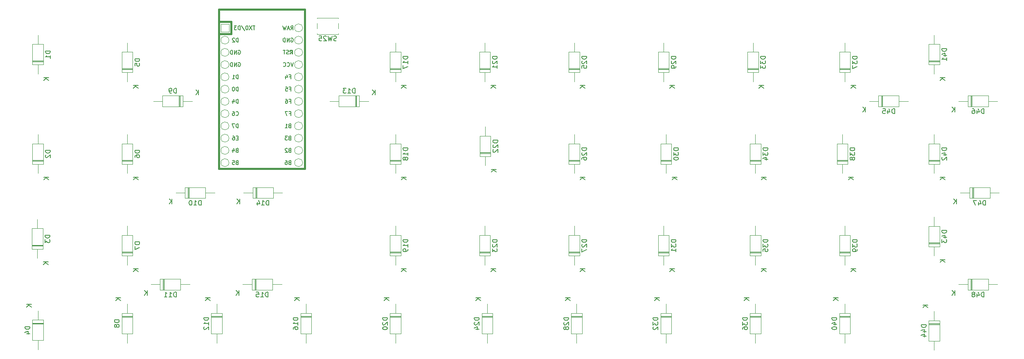
<source format=gbr>
G04 #@! TF.GenerationSoftware,KiCad,Pcbnew,5.1.9*
G04 #@! TF.CreationDate,2021-03-19T21:55:44-07:00*
G04 #@! TF.ProjectId,choc-40,63686f63-2d34-4302-9e6b-696361645f70,rev?*
G04 #@! TF.SameCoordinates,Original*
G04 #@! TF.FileFunction,Legend,Bot*
G04 #@! TF.FilePolarity,Positive*
%FSLAX46Y46*%
G04 Gerber Fmt 4.6, Leading zero omitted, Abs format (unit mm)*
G04 Created by KiCad (PCBNEW 5.1.9) date 2021-03-19 21:55:44*
%MOMM*%
%LPD*%
G01*
G04 APERTURE LIST*
%ADD10C,0.120000*%
%ADD11C,0.381000*%
%ADD12C,0.150000*%
%ADD13C,0.100000*%
G04 APERTURE END LIST*
D10*
X255716000Y-114822000D02*
X255716000Y-112582000D01*
X255956000Y-114822000D02*
X255956000Y-112582000D01*
X255836000Y-114822000D02*
X255836000Y-112582000D01*
X261276000Y-113702000D02*
X259356000Y-113702000D01*
X253196000Y-113702000D02*
X255116000Y-113702000D01*
X259356000Y-114822000D02*
X255116000Y-114822000D01*
X259356000Y-112582000D02*
X259356000Y-114822000D01*
X255116000Y-112582000D02*
X259356000Y-112582000D01*
X255116000Y-114822000D02*
X255116000Y-112582000D01*
X256056000Y-95822000D02*
X256056000Y-93582000D01*
X256296000Y-95822000D02*
X256296000Y-93582000D01*
X256176000Y-95822000D02*
X256176000Y-93582000D01*
X261616000Y-94702000D02*
X259696000Y-94702000D01*
X253536000Y-94702000D02*
X255456000Y-94702000D01*
X259696000Y-95822000D02*
X255456000Y-95822000D01*
X259696000Y-93582000D02*
X259696000Y-95822000D01*
X255456000Y-93582000D02*
X259696000Y-93582000D01*
X255456000Y-95822000D02*
X255456000Y-93582000D01*
X255716000Y-76822000D02*
X255716000Y-74582000D01*
X255956000Y-76822000D02*
X255956000Y-74582000D01*
X255836000Y-76822000D02*
X255836000Y-74582000D01*
X261276000Y-75702000D02*
X259356000Y-75702000D01*
X253196000Y-75702000D02*
X255116000Y-75702000D01*
X259356000Y-76822000D02*
X255116000Y-76822000D01*
X259356000Y-74582000D02*
X259356000Y-76822000D01*
X255116000Y-74582000D02*
X259356000Y-74582000D01*
X255116000Y-76822000D02*
X255116000Y-74582000D01*
X237216000Y-76822000D02*
X237216000Y-74582000D01*
X237456000Y-76822000D02*
X237456000Y-74582000D01*
X237336000Y-76822000D02*
X237336000Y-74582000D01*
X242776000Y-75702000D02*
X240856000Y-75702000D01*
X234696000Y-75702000D02*
X236616000Y-75702000D01*
X240856000Y-76822000D02*
X236616000Y-76822000D01*
X240856000Y-74582000D02*
X240856000Y-76822000D01*
X236616000Y-74582000D02*
X240856000Y-74582000D01*
X236616000Y-76822000D02*
X236616000Y-74582000D01*
X247036000Y-121762000D02*
X249276000Y-121762000D01*
X247036000Y-122002000D02*
X249276000Y-122002000D01*
X247036000Y-121882000D02*
X249276000Y-121882000D01*
X248156000Y-127322000D02*
X248156000Y-125402000D01*
X248156000Y-119242000D02*
X248156000Y-121162000D01*
X247036000Y-125402000D02*
X247036000Y-121162000D01*
X249276000Y-125402000D02*
X247036000Y-125402000D01*
X249276000Y-121162000D02*
X249276000Y-125402000D01*
X247036000Y-121162000D02*
X249276000Y-121162000D01*
X249276000Y-105242000D02*
X247036000Y-105242000D01*
X249276000Y-105002000D02*
X247036000Y-105002000D01*
X249276000Y-105122000D02*
X247036000Y-105122000D01*
X248156000Y-99682000D02*
X248156000Y-101602000D01*
X248156000Y-107762000D02*
X248156000Y-105842000D01*
X249276000Y-101602000D02*
X249276000Y-105842000D01*
X247036000Y-101602000D02*
X249276000Y-101602000D01*
X247036000Y-105842000D02*
X247036000Y-101602000D01*
X249276000Y-105842000D02*
X247036000Y-105842000D01*
X249276000Y-88142000D02*
X247036000Y-88142000D01*
X249276000Y-87902000D02*
X247036000Y-87902000D01*
X249276000Y-88022000D02*
X247036000Y-88022000D01*
X248156000Y-82582000D02*
X248156000Y-84502000D01*
X248156000Y-90662000D02*
X248156000Y-88742000D01*
X249276000Y-84502000D02*
X249276000Y-88742000D01*
X247036000Y-84502000D02*
X249276000Y-84502000D01*
X247036000Y-88742000D02*
X247036000Y-84502000D01*
X249276000Y-88742000D02*
X247036000Y-88742000D01*
X249276000Y-67542000D02*
X247036000Y-67542000D01*
X249276000Y-67302000D02*
X247036000Y-67302000D01*
X249276000Y-67422000D02*
X247036000Y-67422000D01*
X248156000Y-61982000D02*
X248156000Y-63902000D01*
X248156000Y-70062000D02*
X248156000Y-68142000D01*
X249276000Y-63902000D02*
X249276000Y-68142000D01*
X247036000Y-63902000D02*
X249276000Y-63902000D01*
X247036000Y-68142000D02*
X247036000Y-63902000D01*
X249276000Y-68142000D02*
X247036000Y-68142000D01*
X228536000Y-120262000D02*
X230776000Y-120262000D01*
X228536000Y-120502000D02*
X230776000Y-120502000D01*
X228536000Y-120382000D02*
X230776000Y-120382000D01*
X229656000Y-125822000D02*
X229656000Y-123902000D01*
X229656000Y-117742000D02*
X229656000Y-119662000D01*
X228536000Y-123902000D02*
X228536000Y-119662000D01*
X230776000Y-123902000D02*
X228536000Y-123902000D01*
X230776000Y-119662000D02*
X230776000Y-123902000D01*
X228536000Y-119662000D02*
X230776000Y-119662000D01*
X230776000Y-107142000D02*
X228536000Y-107142000D01*
X230776000Y-106902000D02*
X228536000Y-106902000D01*
X230776000Y-107022000D02*
X228536000Y-107022000D01*
X229656000Y-101582000D02*
X229656000Y-103502000D01*
X229656000Y-109662000D02*
X229656000Y-107742000D01*
X230776000Y-103502000D02*
X230776000Y-107742000D01*
X228536000Y-103502000D02*
X230776000Y-103502000D01*
X228536000Y-107742000D02*
X228536000Y-103502000D01*
X230776000Y-107742000D02*
X228536000Y-107742000D01*
X230276000Y-88142000D02*
X228036000Y-88142000D01*
X230276000Y-87902000D02*
X228036000Y-87902000D01*
X230276000Y-88022000D02*
X228036000Y-88022000D01*
X229156000Y-82582000D02*
X229156000Y-84502000D01*
X229156000Y-90662000D02*
X229156000Y-88742000D01*
X230276000Y-84502000D02*
X230276000Y-88742000D01*
X228036000Y-84502000D02*
X230276000Y-84502000D01*
X228036000Y-88742000D02*
X228036000Y-84502000D01*
X230276000Y-88742000D02*
X228036000Y-88742000D01*
X230776000Y-69142000D02*
X228536000Y-69142000D01*
X230776000Y-68902000D02*
X228536000Y-68902000D01*
X230776000Y-69022000D02*
X228536000Y-69022000D01*
X229656000Y-63582000D02*
X229656000Y-65502000D01*
X229656000Y-71662000D02*
X229656000Y-69742000D01*
X230776000Y-65502000D02*
X230776000Y-69742000D01*
X228536000Y-65502000D02*
X230776000Y-65502000D01*
X228536000Y-69742000D02*
X228536000Y-65502000D01*
X230776000Y-69742000D02*
X228536000Y-69742000D01*
X210036000Y-120262000D02*
X212276000Y-120262000D01*
X210036000Y-120502000D02*
X212276000Y-120502000D01*
X210036000Y-120382000D02*
X212276000Y-120382000D01*
X211156000Y-125822000D02*
X211156000Y-123902000D01*
X211156000Y-117742000D02*
X211156000Y-119662000D01*
X210036000Y-123902000D02*
X210036000Y-119662000D01*
X212276000Y-123902000D02*
X210036000Y-123902000D01*
X212276000Y-119662000D02*
X212276000Y-123902000D01*
X210036000Y-119662000D02*
X212276000Y-119662000D01*
X212276000Y-107142000D02*
X210036000Y-107142000D01*
X212276000Y-106902000D02*
X210036000Y-106902000D01*
X212276000Y-107022000D02*
X210036000Y-107022000D01*
X211156000Y-101582000D02*
X211156000Y-103502000D01*
X211156000Y-109662000D02*
X211156000Y-107742000D01*
X212276000Y-103502000D02*
X212276000Y-107742000D01*
X210036000Y-103502000D02*
X212276000Y-103502000D01*
X210036000Y-107742000D02*
X210036000Y-103502000D01*
X212276000Y-107742000D02*
X210036000Y-107742000D01*
X212276000Y-88142000D02*
X210036000Y-88142000D01*
X212276000Y-87902000D02*
X210036000Y-87902000D01*
X212276000Y-88022000D02*
X210036000Y-88022000D01*
X211156000Y-82582000D02*
X211156000Y-84502000D01*
X211156000Y-90662000D02*
X211156000Y-88742000D01*
X212276000Y-84502000D02*
X212276000Y-88742000D01*
X210036000Y-84502000D02*
X212276000Y-84502000D01*
X210036000Y-88742000D02*
X210036000Y-84502000D01*
X212276000Y-88742000D02*
X210036000Y-88742000D01*
X211776000Y-69142000D02*
X209536000Y-69142000D01*
X211776000Y-68902000D02*
X209536000Y-68902000D01*
X211776000Y-69022000D02*
X209536000Y-69022000D01*
X210656000Y-63582000D02*
X210656000Y-65502000D01*
X210656000Y-71662000D02*
X210656000Y-69742000D01*
X211776000Y-65502000D02*
X211776000Y-69742000D01*
X209536000Y-65502000D02*
X211776000Y-65502000D01*
X209536000Y-69742000D02*
X209536000Y-65502000D01*
X211776000Y-69742000D02*
X209536000Y-69742000D01*
X191536000Y-120262000D02*
X193776000Y-120262000D01*
X191536000Y-120502000D02*
X193776000Y-120502000D01*
X191536000Y-120382000D02*
X193776000Y-120382000D01*
X192656000Y-125822000D02*
X192656000Y-123902000D01*
X192656000Y-117742000D02*
X192656000Y-119662000D01*
X191536000Y-123902000D02*
X191536000Y-119662000D01*
X193776000Y-123902000D02*
X191536000Y-123902000D01*
X193776000Y-119662000D02*
X193776000Y-123902000D01*
X191536000Y-119662000D02*
X193776000Y-119662000D01*
X193276000Y-107142000D02*
X191036000Y-107142000D01*
X193276000Y-106902000D02*
X191036000Y-106902000D01*
X193276000Y-107022000D02*
X191036000Y-107022000D01*
X192156000Y-101582000D02*
X192156000Y-103502000D01*
X192156000Y-109662000D02*
X192156000Y-107742000D01*
X193276000Y-103502000D02*
X193276000Y-107742000D01*
X191036000Y-103502000D02*
X193276000Y-103502000D01*
X191036000Y-107742000D02*
X191036000Y-103502000D01*
X193276000Y-107742000D02*
X191036000Y-107742000D01*
X193776000Y-88142000D02*
X191536000Y-88142000D01*
X193776000Y-87902000D02*
X191536000Y-87902000D01*
X193776000Y-88022000D02*
X191536000Y-88022000D01*
X192656000Y-82582000D02*
X192656000Y-84502000D01*
X192656000Y-90662000D02*
X192656000Y-88742000D01*
X193776000Y-84502000D02*
X193776000Y-88742000D01*
X191536000Y-84502000D02*
X193776000Y-84502000D01*
X191536000Y-88742000D02*
X191536000Y-84502000D01*
X193776000Y-88742000D02*
X191536000Y-88742000D01*
X193276000Y-69142000D02*
X191036000Y-69142000D01*
X193276000Y-68902000D02*
X191036000Y-68902000D01*
X193276000Y-69022000D02*
X191036000Y-69022000D01*
X192156000Y-63582000D02*
X192156000Y-65502000D01*
X192156000Y-71662000D02*
X192156000Y-69742000D01*
X193276000Y-65502000D02*
X193276000Y-69742000D01*
X191036000Y-65502000D02*
X193276000Y-65502000D01*
X191036000Y-69742000D02*
X191036000Y-65502000D01*
X193276000Y-69742000D02*
X191036000Y-69742000D01*
X173036000Y-120262000D02*
X175276000Y-120262000D01*
X173036000Y-120502000D02*
X175276000Y-120502000D01*
X173036000Y-120382000D02*
X175276000Y-120382000D01*
X174156000Y-125822000D02*
X174156000Y-123902000D01*
X174156000Y-117742000D02*
X174156000Y-119662000D01*
X173036000Y-123902000D02*
X173036000Y-119662000D01*
X175276000Y-123902000D02*
X173036000Y-123902000D01*
X175276000Y-119662000D02*
X175276000Y-123902000D01*
X173036000Y-119662000D02*
X175276000Y-119662000D01*
X174776000Y-107142000D02*
X172536000Y-107142000D01*
X174776000Y-106902000D02*
X172536000Y-106902000D01*
X174776000Y-107022000D02*
X172536000Y-107022000D01*
X173656000Y-101582000D02*
X173656000Y-103502000D01*
X173656000Y-109662000D02*
X173656000Y-107742000D01*
X174776000Y-103502000D02*
X174776000Y-107742000D01*
X172536000Y-103502000D02*
X174776000Y-103502000D01*
X172536000Y-107742000D02*
X172536000Y-103502000D01*
X174776000Y-107742000D02*
X172536000Y-107742000D01*
X174776000Y-88142000D02*
X172536000Y-88142000D01*
X174776000Y-87902000D02*
X172536000Y-87902000D01*
X174776000Y-88022000D02*
X172536000Y-88022000D01*
X173656000Y-82582000D02*
X173656000Y-84502000D01*
X173656000Y-90662000D02*
X173656000Y-88742000D01*
X174776000Y-84502000D02*
X174776000Y-88742000D01*
X172536000Y-84502000D02*
X174776000Y-84502000D01*
X172536000Y-88742000D02*
X172536000Y-84502000D01*
X174776000Y-88742000D02*
X172536000Y-88742000D01*
X174776000Y-69142000D02*
X172536000Y-69142000D01*
X174776000Y-68902000D02*
X172536000Y-68902000D01*
X174776000Y-69022000D02*
X172536000Y-69022000D01*
X173656000Y-63582000D02*
X173656000Y-65502000D01*
X173656000Y-71662000D02*
X173656000Y-69742000D01*
X174776000Y-65502000D02*
X174776000Y-69742000D01*
X172536000Y-65502000D02*
X174776000Y-65502000D01*
X172536000Y-69742000D02*
X172536000Y-65502000D01*
X174776000Y-69742000D02*
X172536000Y-69742000D01*
X154536000Y-120262000D02*
X156776000Y-120262000D01*
X154536000Y-120502000D02*
X156776000Y-120502000D01*
X154536000Y-120382000D02*
X156776000Y-120382000D01*
X155656000Y-125822000D02*
X155656000Y-123902000D01*
X155656000Y-117742000D02*
X155656000Y-119662000D01*
X154536000Y-123902000D02*
X154536000Y-119662000D01*
X156776000Y-123902000D02*
X154536000Y-123902000D01*
X156776000Y-119662000D02*
X156776000Y-123902000D01*
X154536000Y-119662000D02*
X156776000Y-119662000D01*
X156276000Y-107142000D02*
X154036000Y-107142000D01*
X156276000Y-106902000D02*
X154036000Y-106902000D01*
X156276000Y-107022000D02*
X154036000Y-107022000D01*
X155156000Y-101582000D02*
X155156000Y-103502000D01*
X155156000Y-109662000D02*
X155156000Y-107742000D01*
X156276000Y-103502000D02*
X156276000Y-107742000D01*
X154036000Y-103502000D02*
X156276000Y-103502000D01*
X154036000Y-107742000D02*
X154036000Y-103502000D01*
X156276000Y-107742000D02*
X154036000Y-107742000D01*
X156376000Y-86542000D02*
X154136000Y-86542000D01*
X156376000Y-86302000D02*
X154136000Y-86302000D01*
X156376000Y-86422000D02*
X154136000Y-86422000D01*
X155256000Y-80982000D02*
X155256000Y-82902000D01*
X155256000Y-89062000D02*
X155256000Y-87142000D01*
X156376000Y-82902000D02*
X156376000Y-87142000D01*
X154136000Y-82902000D02*
X156376000Y-82902000D01*
X154136000Y-87142000D02*
X154136000Y-82902000D01*
X156376000Y-87142000D02*
X154136000Y-87142000D01*
X156276000Y-69142000D02*
X154036000Y-69142000D01*
X156276000Y-68902000D02*
X154036000Y-68902000D01*
X156276000Y-69022000D02*
X154036000Y-69022000D01*
X155156000Y-63582000D02*
X155156000Y-65502000D01*
X155156000Y-71662000D02*
X155156000Y-69742000D01*
X156276000Y-65502000D02*
X156276000Y-69742000D01*
X154036000Y-65502000D02*
X156276000Y-65502000D01*
X154036000Y-69742000D02*
X154036000Y-65502000D01*
X156276000Y-69742000D02*
X154036000Y-69742000D01*
X135536000Y-120262000D02*
X137776000Y-120262000D01*
X135536000Y-120502000D02*
X137776000Y-120502000D01*
X135536000Y-120382000D02*
X137776000Y-120382000D01*
X136656000Y-125822000D02*
X136656000Y-123902000D01*
X136656000Y-117742000D02*
X136656000Y-119662000D01*
X135536000Y-123902000D02*
X135536000Y-119662000D01*
X137776000Y-123902000D02*
X135536000Y-123902000D01*
X137776000Y-119662000D02*
X137776000Y-123902000D01*
X135536000Y-119662000D02*
X137776000Y-119662000D01*
X137776000Y-107142000D02*
X135536000Y-107142000D01*
X137776000Y-106902000D02*
X135536000Y-106902000D01*
X137776000Y-107022000D02*
X135536000Y-107022000D01*
X136656000Y-101582000D02*
X136656000Y-103502000D01*
X136656000Y-109662000D02*
X136656000Y-107742000D01*
X137776000Y-103502000D02*
X137776000Y-107742000D01*
X135536000Y-103502000D02*
X137776000Y-103502000D01*
X135536000Y-107742000D02*
X135536000Y-103502000D01*
X137776000Y-107742000D02*
X135536000Y-107742000D01*
X137776000Y-88142000D02*
X135536000Y-88142000D01*
X137776000Y-87902000D02*
X135536000Y-87902000D01*
X137776000Y-88022000D02*
X135536000Y-88022000D01*
X136656000Y-82582000D02*
X136656000Y-84502000D01*
X136656000Y-90662000D02*
X136656000Y-88742000D01*
X137776000Y-84502000D02*
X137776000Y-88742000D01*
X135536000Y-84502000D02*
X137776000Y-84502000D01*
X135536000Y-88742000D02*
X135536000Y-84502000D01*
X137776000Y-88742000D02*
X135536000Y-88742000D01*
X137776000Y-69142000D02*
X135536000Y-69142000D01*
X137776000Y-68902000D02*
X135536000Y-68902000D01*
X137776000Y-69022000D02*
X135536000Y-69022000D01*
X136656000Y-63582000D02*
X136656000Y-65502000D01*
X136656000Y-71662000D02*
X136656000Y-69742000D01*
X137776000Y-65502000D02*
X137776000Y-69742000D01*
X135536000Y-65502000D02*
X137776000Y-65502000D01*
X135536000Y-69742000D02*
X135536000Y-65502000D01*
X137776000Y-69742000D02*
X135536000Y-69742000D01*
X117036000Y-120262000D02*
X119276000Y-120262000D01*
X117036000Y-120502000D02*
X119276000Y-120502000D01*
X117036000Y-120382000D02*
X119276000Y-120382000D01*
X118156000Y-125822000D02*
X118156000Y-123902000D01*
X118156000Y-117742000D02*
X118156000Y-119662000D01*
X117036000Y-123902000D02*
X117036000Y-119662000D01*
X119276000Y-123902000D02*
X117036000Y-123902000D01*
X119276000Y-119662000D02*
X119276000Y-123902000D01*
X117036000Y-119662000D02*
X119276000Y-119662000D01*
X107556000Y-114822000D02*
X107556000Y-112582000D01*
X107796000Y-114822000D02*
X107796000Y-112582000D01*
X107676000Y-114822000D02*
X107676000Y-112582000D01*
X113116000Y-113702000D02*
X111196000Y-113702000D01*
X105036000Y-113702000D02*
X106956000Y-113702000D01*
X111196000Y-114822000D02*
X106956000Y-114822000D01*
X111196000Y-112582000D02*
X111196000Y-114822000D01*
X106956000Y-112582000D02*
X111196000Y-112582000D01*
X106956000Y-114822000D02*
X106956000Y-112582000D01*
X107716000Y-95822000D02*
X107716000Y-93582000D01*
X107956000Y-95822000D02*
X107956000Y-93582000D01*
X107836000Y-95822000D02*
X107836000Y-93582000D01*
X113276000Y-94702000D02*
X111356000Y-94702000D01*
X105196000Y-94702000D02*
X107116000Y-94702000D01*
X111356000Y-95822000D02*
X107116000Y-95822000D01*
X111356000Y-93582000D02*
X111356000Y-95822000D01*
X107116000Y-93582000D02*
X111356000Y-93582000D01*
X107116000Y-95822000D02*
X107116000Y-93582000D01*
X128596000Y-74582000D02*
X128596000Y-76822000D01*
X128356000Y-74582000D02*
X128356000Y-76822000D01*
X128476000Y-74582000D02*
X128476000Y-76822000D01*
X123036000Y-75702000D02*
X124956000Y-75702000D01*
X131116000Y-75702000D02*
X129196000Y-75702000D01*
X124956000Y-74582000D02*
X129196000Y-74582000D01*
X124956000Y-76822000D02*
X124956000Y-74582000D01*
X129196000Y-76822000D02*
X124956000Y-76822000D01*
X129196000Y-74582000D02*
X129196000Y-76822000D01*
X98536000Y-120262000D02*
X100776000Y-120262000D01*
X98536000Y-120502000D02*
X100776000Y-120502000D01*
X98536000Y-120382000D02*
X100776000Y-120382000D01*
X99656000Y-125822000D02*
X99656000Y-123902000D01*
X99656000Y-117742000D02*
X99656000Y-119662000D01*
X98536000Y-123902000D02*
X98536000Y-119662000D01*
X100776000Y-123902000D02*
X98536000Y-123902000D01*
X100776000Y-119662000D02*
X100776000Y-123902000D01*
X98536000Y-119662000D02*
X100776000Y-119662000D01*
X88556000Y-114822000D02*
X88556000Y-112582000D01*
X88796000Y-114822000D02*
X88796000Y-112582000D01*
X88676000Y-114822000D02*
X88676000Y-112582000D01*
X94116000Y-113702000D02*
X92196000Y-113702000D01*
X86036000Y-113702000D02*
X87956000Y-113702000D01*
X92196000Y-114822000D02*
X87956000Y-114822000D01*
X92196000Y-112582000D02*
X92196000Y-114822000D01*
X87956000Y-112582000D02*
X92196000Y-112582000D01*
X87956000Y-114822000D02*
X87956000Y-112582000D01*
X93716000Y-95822000D02*
X93716000Y-93582000D01*
X93956000Y-95822000D02*
X93956000Y-93582000D01*
X93836000Y-95822000D02*
X93836000Y-93582000D01*
X99276000Y-94702000D02*
X97356000Y-94702000D01*
X91196000Y-94702000D02*
X93116000Y-94702000D01*
X97356000Y-95822000D02*
X93116000Y-95822000D01*
X97356000Y-93582000D02*
X97356000Y-95822000D01*
X93116000Y-93582000D02*
X97356000Y-93582000D01*
X93116000Y-95822000D02*
X93116000Y-93582000D01*
X92096000Y-74582000D02*
X92096000Y-76822000D01*
X91856000Y-74582000D02*
X91856000Y-76822000D01*
X91976000Y-74582000D02*
X91976000Y-76822000D01*
X86536000Y-75702000D02*
X88456000Y-75702000D01*
X94616000Y-75702000D02*
X92696000Y-75702000D01*
X88456000Y-74582000D02*
X92696000Y-74582000D01*
X88456000Y-76822000D02*
X88456000Y-74582000D01*
X92696000Y-76822000D02*
X88456000Y-76822000D01*
X92696000Y-74582000D02*
X92696000Y-76822000D01*
X80036000Y-120262000D02*
X82276000Y-120262000D01*
X80036000Y-120502000D02*
X82276000Y-120502000D01*
X80036000Y-120382000D02*
X82276000Y-120382000D01*
X81156000Y-125822000D02*
X81156000Y-123902000D01*
X81156000Y-117742000D02*
X81156000Y-119662000D01*
X80036000Y-123902000D02*
X80036000Y-119662000D01*
X82276000Y-123902000D02*
X80036000Y-123902000D01*
X82276000Y-119662000D02*
X82276000Y-123902000D01*
X80036000Y-119662000D02*
X82276000Y-119662000D01*
X82276000Y-107142000D02*
X80036000Y-107142000D01*
X82276000Y-106902000D02*
X80036000Y-106902000D01*
X82276000Y-107022000D02*
X80036000Y-107022000D01*
X81156000Y-101582000D02*
X81156000Y-103502000D01*
X81156000Y-109662000D02*
X81156000Y-107742000D01*
X82276000Y-103502000D02*
X82276000Y-107742000D01*
X80036000Y-103502000D02*
X82276000Y-103502000D01*
X80036000Y-107742000D02*
X80036000Y-103502000D01*
X82276000Y-107742000D02*
X80036000Y-107742000D01*
X82276000Y-88142000D02*
X80036000Y-88142000D01*
X82276000Y-87902000D02*
X80036000Y-87902000D01*
X82276000Y-88022000D02*
X80036000Y-88022000D01*
X81156000Y-82582000D02*
X81156000Y-84502000D01*
X81156000Y-90662000D02*
X81156000Y-88742000D01*
X82276000Y-84502000D02*
X82276000Y-88742000D01*
X80036000Y-84502000D02*
X82276000Y-84502000D01*
X80036000Y-88742000D02*
X80036000Y-84502000D01*
X82276000Y-88742000D02*
X80036000Y-88742000D01*
X82276000Y-69142000D02*
X80036000Y-69142000D01*
X82276000Y-68902000D02*
X80036000Y-68902000D01*
X82276000Y-69022000D02*
X80036000Y-69022000D01*
X81156000Y-63582000D02*
X81156000Y-65502000D01*
X81156000Y-71662000D02*
X81156000Y-69742000D01*
X82276000Y-65502000D02*
X82276000Y-69742000D01*
X80036000Y-65502000D02*
X82276000Y-65502000D01*
X80036000Y-69742000D02*
X80036000Y-65502000D01*
X82276000Y-69742000D02*
X80036000Y-69742000D01*
X61536000Y-121662000D02*
X63776000Y-121662000D01*
X61536000Y-121902000D02*
X63776000Y-121902000D01*
X61536000Y-121782000D02*
X63776000Y-121782000D01*
X62656000Y-127222000D02*
X62656000Y-125302000D01*
X62656000Y-119142000D02*
X62656000Y-121062000D01*
X61536000Y-125302000D02*
X61536000Y-121062000D01*
X63776000Y-125302000D02*
X61536000Y-125302000D01*
X63776000Y-121062000D02*
X63776000Y-125302000D01*
X61536000Y-121062000D02*
X63776000Y-121062000D01*
X63676000Y-105742000D02*
X61436000Y-105742000D01*
X63676000Y-105502000D02*
X61436000Y-105502000D01*
X63676000Y-105622000D02*
X61436000Y-105622000D01*
X62556000Y-100182000D02*
X62556000Y-102102000D01*
X62556000Y-108262000D02*
X62556000Y-106342000D01*
X63676000Y-102102000D02*
X63676000Y-106342000D01*
X61436000Y-102102000D02*
X63676000Y-102102000D01*
X61436000Y-106342000D02*
X61436000Y-102102000D01*
X63676000Y-106342000D02*
X61436000Y-106342000D01*
X63776000Y-88142000D02*
X61536000Y-88142000D01*
X63776000Y-87902000D02*
X61536000Y-87902000D01*
X63776000Y-88022000D02*
X61536000Y-88022000D01*
X62656000Y-82582000D02*
X62656000Y-84502000D01*
X62656000Y-90662000D02*
X62656000Y-88742000D01*
X63776000Y-84502000D02*
X63776000Y-88742000D01*
X61536000Y-84502000D02*
X63776000Y-84502000D01*
X61536000Y-88742000D02*
X61536000Y-84502000D01*
X63776000Y-88742000D02*
X61536000Y-88742000D01*
X63776000Y-67542000D02*
X61536000Y-67542000D01*
X63776000Y-67302000D02*
X61536000Y-67302000D01*
X63776000Y-67422000D02*
X61536000Y-67422000D01*
X62656000Y-61982000D02*
X62656000Y-63902000D01*
X62656000Y-70062000D02*
X62656000Y-68142000D01*
X63776000Y-63902000D02*
X63776000Y-68142000D01*
X61536000Y-63902000D02*
X63776000Y-63902000D01*
X61536000Y-68142000D02*
X61536000Y-63902000D01*
X63776000Y-68142000D02*
X61536000Y-68142000D01*
X124838000Y-61831000D02*
X120438000Y-61831000D01*
X120438000Y-61831000D02*
X120438000Y-61711000D01*
X120438000Y-60701000D02*
X120438000Y-59561000D01*
X120438000Y-58551000D02*
X120438000Y-58431000D01*
X120438000Y-58431000D02*
X124838000Y-58431000D01*
X124838000Y-58431000D02*
X124838000Y-58551000D01*
X124838000Y-59561000D02*
X124838000Y-60701000D01*
X124838000Y-61711000D02*
X124838000Y-61831000D01*
D11*
X102635500Y-59242000D02*
X100095500Y-59242000D01*
X117875500Y-56702000D02*
X100095500Y-56702000D01*
X100095500Y-56702000D02*
X100095500Y-89722000D01*
X100095500Y-89722000D02*
X117875500Y-89722000D01*
X117875500Y-89722000D02*
X117875500Y-56702000D01*
D12*
G36*
X114830135Y-65131030D02*
G01*
X114830135Y-65231030D01*
X115330135Y-65231030D01*
X115330135Y-65131030D01*
X114830135Y-65131030D01*
G37*
X114830135Y-65131030D02*
X114830135Y-65231030D01*
X115330135Y-65231030D01*
X115330135Y-65131030D01*
X114830135Y-65131030D01*
G36*
X114830135Y-65131030D02*
G01*
X114830135Y-65431030D01*
X114930135Y-65431030D01*
X114930135Y-65131030D01*
X114830135Y-65131030D01*
G37*
X114830135Y-65131030D02*
X114830135Y-65431030D01*
X114930135Y-65431030D01*
X114930135Y-65131030D01*
X114830135Y-65131030D01*
G36*
X114830135Y-65731030D02*
G01*
X114830135Y-65931030D01*
X114930135Y-65931030D01*
X114930135Y-65731030D01*
X114830135Y-65731030D01*
G37*
X114830135Y-65731030D02*
X114830135Y-65931030D01*
X114930135Y-65931030D01*
X114930135Y-65731030D01*
X114830135Y-65731030D01*
G36*
X115230135Y-65131030D02*
G01*
X115230135Y-65931030D01*
X115330135Y-65931030D01*
X115330135Y-65131030D01*
X115230135Y-65131030D01*
G37*
X115230135Y-65131030D02*
X115230135Y-65931030D01*
X115330135Y-65931030D01*
X115330135Y-65131030D01*
X115230135Y-65131030D01*
G36*
X115030135Y-65531030D02*
G01*
X115030135Y-65631030D01*
X115130135Y-65631030D01*
X115130135Y-65531030D01*
X115030135Y-65531030D01*
G37*
X115030135Y-65531030D02*
X115030135Y-65631030D01*
X115130135Y-65631030D01*
X115130135Y-65531030D01*
X115030135Y-65531030D01*
D11*
X102635500Y-59242000D02*
X102635500Y-61782000D01*
X102635500Y-61782000D02*
X100095500Y-61782000D01*
D13*
X117431800Y-60512000D02*
G75*
G03*
X117431800Y-60512000I-826300J0D01*
G01*
X102191800Y-88452000D02*
G75*
G03*
X102191800Y-88452000I-826300J0D01*
G01*
X117431800Y-63052000D02*
G75*
G03*
X117431800Y-63052000I-826300J0D01*
G01*
X117431800Y-65592000D02*
G75*
G03*
X117431800Y-65592000I-826300J0D01*
G01*
X117431800Y-68132000D02*
G75*
G03*
X117431800Y-68132000I-826300J0D01*
G01*
X117431800Y-70672000D02*
G75*
G03*
X117431800Y-70672000I-826300J0D01*
G01*
X117431800Y-73212000D02*
G75*
G03*
X117431800Y-73212000I-826300J0D01*
G01*
X117431800Y-75752000D02*
G75*
G03*
X117431800Y-75752000I-826300J0D01*
G01*
X117431800Y-78292000D02*
G75*
G03*
X117431800Y-78292000I-826300J0D01*
G01*
X117431800Y-80832000D02*
G75*
G03*
X117431800Y-80832000I-826300J0D01*
G01*
X117431800Y-83372000D02*
G75*
G03*
X117431800Y-83372000I-826300J0D01*
G01*
X117431800Y-85912000D02*
G75*
G03*
X117431800Y-85912000I-826300J0D01*
G01*
X117431800Y-88452000D02*
G75*
G03*
X117431800Y-88452000I-826300J0D01*
G01*
X102191800Y-85912000D02*
G75*
G03*
X102191800Y-85912000I-826300J0D01*
G01*
X102191800Y-83372000D02*
G75*
G03*
X102191800Y-83372000I-826300J0D01*
G01*
X102191800Y-80832000D02*
G75*
G03*
X102191800Y-80832000I-826300J0D01*
G01*
X102191800Y-78292000D02*
G75*
G03*
X102191800Y-78292000I-826300J0D01*
G01*
X102191800Y-75752000D02*
G75*
G03*
X102191800Y-75752000I-826300J0D01*
G01*
X102191800Y-73212000D02*
G75*
G03*
X102191800Y-73212000I-826300J0D01*
G01*
X102191800Y-70672000D02*
G75*
G03*
X102191800Y-70672000I-826300J0D01*
G01*
X102191800Y-68132000D02*
G75*
G03*
X102191800Y-68132000I-826300J0D01*
G01*
X102191800Y-65592000D02*
G75*
G03*
X102191800Y-65592000I-826300J0D01*
G01*
X102191800Y-63052000D02*
G75*
G03*
X102191800Y-63052000I-826300J0D01*
G01*
X100539200Y-59685700D02*
X100539200Y-61338300D01*
X102191800Y-61338300D01*
X102191800Y-59685700D01*
X100539200Y-59685700D01*
D12*
X258450285Y-116274380D02*
X258450285Y-115274380D01*
X258212190Y-115274380D01*
X258069333Y-115322000D01*
X257974095Y-115417238D01*
X257926476Y-115512476D01*
X257878857Y-115702952D01*
X257878857Y-115845809D01*
X257926476Y-116036285D01*
X257974095Y-116131523D01*
X258069333Y-116226761D01*
X258212190Y-116274380D01*
X258450285Y-116274380D01*
X257021714Y-115607714D02*
X257021714Y-116274380D01*
X257259809Y-115226761D02*
X257497904Y-115941047D01*
X256878857Y-115941047D01*
X256355047Y-115702952D02*
X256450285Y-115655333D01*
X256497904Y-115607714D01*
X256545523Y-115512476D01*
X256545523Y-115464857D01*
X256497904Y-115369619D01*
X256450285Y-115322000D01*
X256355047Y-115274380D01*
X256164571Y-115274380D01*
X256069333Y-115322000D01*
X256021714Y-115369619D01*
X255974095Y-115464857D01*
X255974095Y-115512476D01*
X256021714Y-115607714D01*
X256069333Y-115655333D01*
X256164571Y-115702952D01*
X256355047Y-115702952D01*
X256450285Y-115750571D01*
X256497904Y-115798190D01*
X256545523Y-115893428D01*
X256545523Y-116083904D01*
X256497904Y-116179142D01*
X256450285Y-116226761D01*
X256355047Y-116274380D01*
X256164571Y-116274380D01*
X256069333Y-116226761D01*
X256021714Y-116179142D01*
X255974095Y-116083904D01*
X255974095Y-115893428D01*
X256021714Y-115798190D01*
X256069333Y-115750571D01*
X256164571Y-115702952D01*
X252417904Y-115954380D02*
X252417904Y-114954380D01*
X251846476Y-115954380D02*
X252275047Y-115382952D01*
X251846476Y-114954380D02*
X252417904Y-115525809D01*
X258790285Y-97274380D02*
X258790285Y-96274380D01*
X258552190Y-96274380D01*
X258409333Y-96322000D01*
X258314095Y-96417238D01*
X258266476Y-96512476D01*
X258218857Y-96702952D01*
X258218857Y-96845809D01*
X258266476Y-97036285D01*
X258314095Y-97131523D01*
X258409333Y-97226761D01*
X258552190Y-97274380D01*
X258790285Y-97274380D01*
X257361714Y-96607714D02*
X257361714Y-97274380D01*
X257599809Y-96226761D02*
X257837904Y-96941047D01*
X257218857Y-96941047D01*
X256933142Y-96274380D02*
X256266476Y-96274380D01*
X256695047Y-97274380D01*
X252757904Y-96954380D02*
X252757904Y-95954380D01*
X252186476Y-96954380D02*
X252615047Y-96382952D01*
X252186476Y-95954380D02*
X252757904Y-96525809D01*
X258450285Y-78274380D02*
X258450285Y-77274380D01*
X258212190Y-77274380D01*
X258069333Y-77322000D01*
X257974095Y-77417238D01*
X257926476Y-77512476D01*
X257878857Y-77702952D01*
X257878857Y-77845809D01*
X257926476Y-78036285D01*
X257974095Y-78131523D01*
X258069333Y-78226761D01*
X258212190Y-78274380D01*
X258450285Y-78274380D01*
X257021714Y-77607714D02*
X257021714Y-78274380D01*
X257259809Y-77226761D02*
X257497904Y-77941047D01*
X256878857Y-77941047D01*
X256069333Y-77274380D02*
X256259809Y-77274380D01*
X256355047Y-77322000D01*
X256402666Y-77369619D01*
X256497904Y-77512476D01*
X256545523Y-77702952D01*
X256545523Y-78083904D01*
X256497904Y-78179142D01*
X256450285Y-78226761D01*
X256355047Y-78274380D01*
X256164571Y-78274380D01*
X256069333Y-78226761D01*
X256021714Y-78179142D01*
X255974095Y-78083904D01*
X255974095Y-77845809D01*
X256021714Y-77750571D01*
X256069333Y-77702952D01*
X256164571Y-77655333D01*
X256355047Y-77655333D01*
X256450285Y-77702952D01*
X256497904Y-77750571D01*
X256545523Y-77845809D01*
X252417904Y-77954380D02*
X252417904Y-76954380D01*
X251846476Y-77954380D02*
X252275047Y-77382952D01*
X251846476Y-76954380D02*
X252417904Y-77525809D01*
X239950285Y-78274380D02*
X239950285Y-77274380D01*
X239712190Y-77274380D01*
X239569333Y-77322000D01*
X239474095Y-77417238D01*
X239426476Y-77512476D01*
X239378857Y-77702952D01*
X239378857Y-77845809D01*
X239426476Y-78036285D01*
X239474095Y-78131523D01*
X239569333Y-78226761D01*
X239712190Y-78274380D01*
X239950285Y-78274380D01*
X238521714Y-77607714D02*
X238521714Y-78274380D01*
X238759809Y-77226761D02*
X238997904Y-77941047D01*
X238378857Y-77941047D01*
X237521714Y-77274380D02*
X237997904Y-77274380D01*
X238045523Y-77750571D01*
X237997904Y-77702952D01*
X237902666Y-77655333D01*
X237664571Y-77655333D01*
X237569333Y-77702952D01*
X237521714Y-77750571D01*
X237474095Y-77845809D01*
X237474095Y-78083904D01*
X237521714Y-78179142D01*
X237569333Y-78226761D01*
X237664571Y-78274380D01*
X237902666Y-78274380D01*
X237997904Y-78226761D01*
X238045523Y-78179142D01*
X233917904Y-77954380D02*
X233917904Y-76954380D01*
X233346476Y-77954380D02*
X233775047Y-77382952D01*
X233346476Y-76954380D02*
X233917904Y-77525809D01*
X246488380Y-122067714D02*
X245488380Y-122067714D01*
X245488380Y-122305809D01*
X245536000Y-122448666D01*
X245631238Y-122543904D01*
X245726476Y-122591523D01*
X245916952Y-122639142D01*
X246059809Y-122639142D01*
X246250285Y-122591523D01*
X246345523Y-122543904D01*
X246440761Y-122448666D01*
X246488380Y-122305809D01*
X246488380Y-122067714D01*
X245821714Y-123496285D02*
X246488380Y-123496285D01*
X245440761Y-123258190D02*
X246155047Y-123020095D01*
X246155047Y-123639142D01*
X245821714Y-124448666D02*
X246488380Y-124448666D01*
X245440761Y-124210571D02*
X246155047Y-123972476D01*
X246155047Y-124591523D01*
X246808380Y-117940095D02*
X245808380Y-117940095D01*
X246808380Y-118511523D02*
X246236952Y-118082952D01*
X245808380Y-118511523D02*
X246379809Y-117940095D01*
X250728380Y-102507714D02*
X249728380Y-102507714D01*
X249728380Y-102745809D01*
X249776000Y-102888666D01*
X249871238Y-102983904D01*
X249966476Y-103031523D01*
X250156952Y-103079142D01*
X250299809Y-103079142D01*
X250490285Y-103031523D01*
X250585523Y-102983904D01*
X250680761Y-102888666D01*
X250728380Y-102745809D01*
X250728380Y-102507714D01*
X250061714Y-103936285D02*
X250728380Y-103936285D01*
X249680761Y-103698190D02*
X250395047Y-103460095D01*
X250395047Y-104079142D01*
X249728380Y-104364857D02*
X249728380Y-104983904D01*
X250109333Y-104650571D01*
X250109333Y-104793428D01*
X250156952Y-104888666D01*
X250204571Y-104936285D01*
X250299809Y-104983904D01*
X250537904Y-104983904D01*
X250633142Y-104936285D01*
X250680761Y-104888666D01*
X250728380Y-104793428D01*
X250728380Y-104507714D01*
X250680761Y-104412476D01*
X250633142Y-104364857D01*
X250408380Y-108540095D02*
X249408380Y-108540095D01*
X250408380Y-109111523D02*
X249836952Y-108682952D01*
X249408380Y-109111523D02*
X249979809Y-108540095D01*
X250728380Y-85407714D02*
X249728380Y-85407714D01*
X249728380Y-85645809D01*
X249776000Y-85788666D01*
X249871238Y-85883904D01*
X249966476Y-85931523D01*
X250156952Y-85979142D01*
X250299809Y-85979142D01*
X250490285Y-85931523D01*
X250585523Y-85883904D01*
X250680761Y-85788666D01*
X250728380Y-85645809D01*
X250728380Y-85407714D01*
X250061714Y-86836285D02*
X250728380Y-86836285D01*
X249680761Y-86598190D02*
X250395047Y-86360095D01*
X250395047Y-86979142D01*
X249823619Y-87312476D02*
X249776000Y-87360095D01*
X249728380Y-87455333D01*
X249728380Y-87693428D01*
X249776000Y-87788666D01*
X249823619Y-87836285D01*
X249918857Y-87883904D01*
X250014095Y-87883904D01*
X250156952Y-87836285D01*
X250728380Y-87264857D01*
X250728380Y-87883904D01*
X250408380Y-91440095D02*
X249408380Y-91440095D01*
X250408380Y-92011523D02*
X249836952Y-91582952D01*
X249408380Y-92011523D02*
X249979809Y-91440095D01*
X250728380Y-64807714D02*
X249728380Y-64807714D01*
X249728380Y-65045809D01*
X249776000Y-65188666D01*
X249871238Y-65283904D01*
X249966476Y-65331523D01*
X250156952Y-65379142D01*
X250299809Y-65379142D01*
X250490285Y-65331523D01*
X250585523Y-65283904D01*
X250680761Y-65188666D01*
X250728380Y-65045809D01*
X250728380Y-64807714D01*
X250061714Y-66236285D02*
X250728380Y-66236285D01*
X249680761Y-65998190D02*
X250395047Y-65760095D01*
X250395047Y-66379142D01*
X250728380Y-67283904D02*
X250728380Y-66712476D01*
X250728380Y-66998190D02*
X249728380Y-66998190D01*
X249871238Y-66902952D01*
X249966476Y-66807714D01*
X250014095Y-66712476D01*
X250408380Y-70840095D02*
X249408380Y-70840095D01*
X250408380Y-71411523D02*
X249836952Y-70982952D01*
X249408380Y-71411523D02*
X249979809Y-70840095D01*
X227988380Y-120567714D02*
X226988380Y-120567714D01*
X226988380Y-120805809D01*
X227036000Y-120948666D01*
X227131238Y-121043904D01*
X227226476Y-121091523D01*
X227416952Y-121139142D01*
X227559809Y-121139142D01*
X227750285Y-121091523D01*
X227845523Y-121043904D01*
X227940761Y-120948666D01*
X227988380Y-120805809D01*
X227988380Y-120567714D01*
X227321714Y-121996285D02*
X227988380Y-121996285D01*
X226940761Y-121758190D02*
X227655047Y-121520095D01*
X227655047Y-122139142D01*
X226988380Y-122710571D02*
X226988380Y-122805809D01*
X227036000Y-122901047D01*
X227083619Y-122948666D01*
X227178857Y-122996285D01*
X227369333Y-123043904D01*
X227607428Y-123043904D01*
X227797904Y-122996285D01*
X227893142Y-122948666D01*
X227940761Y-122901047D01*
X227988380Y-122805809D01*
X227988380Y-122710571D01*
X227940761Y-122615333D01*
X227893142Y-122567714D01*
X227797904Y-122520095D01*
X227607428Y-122472476D01*
X227369333Y-122472476D01*
X227178857Y-122520095D01*
X227083619Y-122567714D01*
X227036000Y-122615333D01*
X226988380Y-122710571D01*
X228308380Y-116440095D02*
X227308380Y-116440095D01*
X228308380Y-117011523D02*
X227736952Y-116582952D01*
X227308380Y-117011523D02*
X227879809Y-116440095D01*
X232228380Y-104407714D02*
X231228380Y-104407714D01*
X231228380Y-104645809D01*
X231276000Y-104788666D01*
X231371238Y-104883904D01*
X231466476Y-104931523D01*
X231656952Y-104979142D01*
X231799809Y-104979142D01*
X231990285Y-104931523D01*
X232085523Y-104883904D01*
X232180761Y-104788666D01*
X232228380Y-104645809D01*
X232228380Y-104407714D01*
X231228380Y-105312476D02*
X231228380Y-105931523D01*
X231609333Y-105598190D01*
X231609333Y-105741047D01*
X231656952Y-105836285D01*
X231704571Y-105883904D01*
X231799809Y-105931523D01*
X232037904Y-105931523D01*
X232133142Y-105883904D01*
X232180761Y-105836285D01*
X232228380Y-105741047D01*
X232228380Y-105455333D01*
X232180761Y-105360095D01*
X232133142Y-105312476D01*
X232228380Y-106407714D02*
X232228380Y-106598190D01*
X232180761Y-106693428D01*
X232133142Y-106741047D01*
X231990285Y-106836285D01*
X231799809Y-106883904D01*
X231418857Y-106883904D01*
X231323619Y-106836285D01*
X231276000Y-106788666D01*
X231228380Y-106693428D01*
X231228380Y-106502952D01*
X231276000Y-106407714D01*
X231323619Y-106360095D01*
X231418857Y-106312476D01*
X231656952Y-106312476D01*
X231752190Y-106360095D01*
X231799809Y-106407714D01*
X231847428Y-106502952D01*
X231847428Y-106693428D01*
X231799809Y-106788666D01*
X231752190Y-106836285D01*
X231656952Y-106883904D01*
X231908380Y-110440095D02*
X230908380Y-110440095D01*
X231908380Y-111011523D02*
X231336952Y-110582952D01*
X230908380Y-111011523D02*
X231479809Y-110440095D01*
X231728380Y-85407714D02*
X230728380Y-85407714D01*
X230728380Y-85645809D01*
X230776000Y-85788666D01*
X230871238Y-85883904D01*
X230966476Y-85931523D01*
X231156952Y-85979142D01*
X231299809Y-85979142D01*
X231490285Y-85931523D01*
X231585523Y-85883904D01*
X231680761Y-85788666D01*
X231728380Y-85645809D01*
X231728380Y-85407714D01*
X230728380Y-86312476D02*
X230728380Y-86931523D01*
X231109333Y-86598190D01*
X231109333Y-86741047D01*
X231156952Y-86836285D01*
X231204571Y-86883904D01*
X231299809Y-86931523D01*
X231537904Y-86931523D01*
X231633142Y-86883904D01*
X231680761Y-86836285D01*
X231728380Y-86741047D01*
X231728380Y-86455333D01*
X231680761Y-86360095D01*
X231633142Y-86312476D01*
X231156952Y-87502952D02*
X231109333Y-87407714D01*
X231061714Y-87360095D01*
X230966476Y-87312476D01*
X230918857Y-87312476D01*
X230823619Y-87360095D01*
X230776000Y-87407714D01*
X230728380Y-87502952D01*
X230728380Y-87693428D01*
X230776000Y-87788666D01*
X230823619Y-87836285D01*
X230918857Y-87883904D01*
X230966476Y-87883904D01*
X231061714Y-87836285D01*
X231109333Y-87788666D01*
X231156952Y-87693428D01*
X231156952Y-87502952D01*
X231204571Y-87407714D01*
X231252190Y-87360095D01*
X231347428Y-87312476D01*
X231537904Y-87312476D01*
X231633142Y-87360095D01*
X231680761Y-87407714D01*
X231728380Y-87502952D01*
X231728380Y-87693428D01*
X231680761Y-87788666D01*
X231633142Y-87836285D01*
X231537904Y-87883904D01*
X231347428Y-87883904D01*
X231252190Y-87836285D01*
X231204571Y-87788666D01*
X231156952Y-87693428D01*
X231408380Y-91440095D02*
X230408380Y-91440095D01*
X231408380Y-92011523D02*
X230836952Y-91582952D01*
X230408380Y-92011523D02*
X230979809Y-91440095D01*
X232228380Y-66407714D02*
X231228380Y-66407714D01*
X231228380Y-66645809D01*
X231276000Y-66788666D01*
X231371238Y-66883904D01*
X231466476Y-66931523D01*
X231656952Y-66979142D01*
X231799809Y-66979142D01*
X231990285Y-66931523D01*
X232085523Y-66883904D01*
X232180761Y-66788666D01*
X232228380Y-66645809D01*
X232228380Y-66407714D01*
X231228380Y-67312476D02*
X231228380Y-67931523D01*
X231609333Y-67598190D01*
X231609333Y-67741047D01*
X231656952Y-67836285D01*
X231704571Y-67883904D01*
X231799809Y-67931523D01*
X232037904Y-67931523D01*
X232133142Y-67883904D01*
X232180761Y-67836285D01*
X232228380Y-67741047D01*
X232228380Y-67455333D01*
X232180761Y-67360095D01*
X232133142Y-67312476D01*
X231228380Y-68264857D02*
X231228380Y-68931523D01*
X232228380Y-68502952D01*
X231908380Y-72440095D02*
X230908380Y-72440095D01*
X231908380Y-73011523D02*
X231336952Y-72582952D01*
X230908380Y-73011523D02*
X231479809Y-72440095D01*
X209488380Y-120567714D02*
X208488380Y-120567714D01*
X208488380Y-120805809D01*
X208536000Y-120948666D01*
X208631238Y-121043904D01*
X208726476Y-121091523D01*
X208916952Y-121139142D01*
X209059809Y-121139142D01*
X209250285Y-121091523D01*
X209345523Y-121043904D01*
X209440761Y-120948666D01*
X209488380Y-120805809D01*
X209488380Y-120567714D01*
X208488380Y-121472476D02*
X208488380Y-122091523D01*
X208869333Y-121758190D01*
X208869333Y-121901047D01*
X208916952Y-121996285D01*
X208964571Y-122043904D01*
X209059809Y-122091523D01*
X209297904Y-122091523D01*
X209393142Y-122043904D01*
X209440761Y-121996285D01*
X209488380Y-121901047D01*
X209488380Y-121615333D01*
X209440761Y-121520095D01*
X209393142Y-121472476D01*
X208488380Y-122948666D02*
X208488380Y-122758190D01*
X208536000Y-122662952D01*
X208583619Y-122615333D01*
X208726476Y-122520095D01*
X208916952Y-122472476D01*
X209297904Y-122472476D01*
X209393142Y-122520095D01*
X209440761Y-122567714D01*
X209488380Y-122662952D01*
X209488380Y-122853428D01*
X209440761Y-122948666D01*
X209393142Y-122996285D01*
X209297904Y-123043904D01*
X209059809Y-123043904D01*
X208964571Y-122996285D01*
X208916952Y-122948666D01*
X208869333Y-122853428D01*
X208869333Y-122662952D01*
X208916952Y-122567714D01*
X208964571Y-122520095D01*
X209059809Y-122472476D01*
X209808380Y-116440095D02*
X208808380Y-116440095D01*
X209808380Y-117011523D02*
X209236952Y-116582952D01*
X208808380Y-117011523D02*
X209379809Y-116440095D01*
X213728380Y-104407714D02*
X212728380Y-104407714D01*
X212728380Y-104645809D01*
X212776000Y-104788666D01*
X212871238Y-104883904D01*
X212966476Y-104931523D01*
X213156952Y-104979142D01*
X213299809Y-104979142D01*
X213490285Y-104931523D01*
X213585523Y-104883904D01*
X213680761Y-104788666D01*
X213728380Y-104645809D01*
X213728380Y-104407714D01*
X212728380Y-105312476D02*
X212728380Y-105931523D01*
X213109333Y-105598190D01*
X213109333Y-105741047D01*
X213156952Y-105836285D01*
X213204571Y-105883904D01*
X213299809Y-105931523D01*
X213537904Y-105931523D01*
X213633142Y-105883904D01*
X213680761Y-105836285D01*
X213728380Y-105741047D01*
X213728380Y-105455333D01*
X213680761Y-105360095D01*
X213633142Y-105312476D01*
X212728380Y-106836285D02*
X212728380Y-106360095D01*
X213204571Y-106312476D01*
X213156952Y-106360095D01*
X213109333Y-106455333D01*
X213109333Y-106693428D01*
X213156952Y-106788666D01*
X213204571Y-106836285D01*
X213299809Y-106883904D01*
X213537904Y-106883904D01*
X213633142Y-106836285D01*
X213680761Y-106788666D01*
X213728380Y-106693428D01*
X213728380Y-106455333D01*
X213680761Y-106360095D01*
X213633142Y-106312476D01*
X213408380Y-110440095D02*
X212408380Y-110440095D01*
X213408380Y-111011523D02*
X212836952Y-110582952D01*
X212408380Y-111011523D02*
X212979809Y-110440095D01*
X213728380Y-85407714D02*
X212728380Y-85407714D01*
X212728380Y-85645809D01*
X212776000Y-85788666D01*
X212871238Y-85883904D01*
X212966476Y-85931523D01*
X213156952Y-85979142D01*
X213299809Y-85979142D01*
X213490285Y-85931523D01*
X213585523Y-85883904D01*
X213680761Y-85788666D01*
X213728380Y-85645809D01*
X213728380Y-85407714D01*
X212728380Y-86312476D02*
X212728380Y-86931523D01*
X213109333Y-86598190D01*
X213109333Y-86741047D01*
X213156952Y-86836285D01*
X213204571Y-86883904D01*
X213299809Y-86931523D01*
X213537904Y-86931523D01*
X213633142Y-86883904D01*
X213680761Y-86836285D01*
X213728380Y-86741047D01*
X213728380Y-86455333D01*
X213680761Y-86360095D01*
X213633142Y-86312476D01*
X213061714Y-87788666D02*
X213728380Y-87788666D01*
X212680761Y-87550571D02*
X213395047Y-87312476D01*
X213395047Y-87931523D01*
X213408380Y-91440095D02*
X212408380Y-91440095D01*
X213408380Y-92011523D02*
X212836952Y-91582952D01*
X212408380Y-92011523D02*
X212979809Y-91440095D01*
X213228380Y-66407714D02*
X212228380Y-66407714D01*
X212228380Y-66645809D01*
X212276000Y-66788666D01*
X212371238Y-66883904D01*
X212466476Y-66931523D01*
X212656952Y-66979142D01*
X212799809Y-66979142D01*
X212990285Y-66931523D01*
X213085523Y-66883904D01*
X213180761Y-66788666D01*
X213228380Y-66645809D01*
X213228380Y-66407714D01*
X212228380Y-67312476D02*
X212228380Y-67931523D01*
X212609333Y-67598190D01*
X212609333Y-67741047D01*
X212656952Y-67836285D01*
X212704571Y-67883904D01*
X212799809Y-67931523D01*
X213037904Y-67931523D01*
X213133142Y-67883904D01*
X213180761Y-67836285D01*
X213228380Y-67741047D01*
X213228380Y-67455333D01*
X213180761Y-67360095D01*
X213133142Y-67312476D01*
X212228380Y-68264857D02*
X212228380Y-68883904D01*
X212609333Y-68550571D01*
X212609333Y-68693428D01*
X212656952Y-68788666D01*
X212704571Y-68836285D01*
X212799809Y-68883904D01*
X213037904Y-68883904D01*
X213133142Y-68836285D01*
X213180761Y-68788666D01*
X213228380Y-68693428D01*
X213228380Y-68407714D01*
X213180761Y-68312476D01*
X213133142Y-68264857D01*
X212908380Y-72440095D02*
X211908380Y-72440095D01*
X212908380Y-73011523D02*
X212336952Y-72582952D01*
X211908380Y-73011523D02*
X212479809Y-72440095D01*
X190988380Y-120567714D02*
X189988380Y-120567714D01*
X189988380Y-120805809D01*
X190036000Y-120948666D01*
X190131238Y-121043904D01*
X190226476Y-121091523D01*
X190416952Y-121139142D01*
X190559809Y-121139142D01*
X190750285Y-121091523D01*
X190845523Y-121043904D01*
X190940761Y-120948666D01*
X190988380Y-120805809D01*
X190988380Y-120567714D01*
X189988380Y-121472476D02*
X189988380Y-122091523D01*
X190369333Y-121758190D01*
X190369333Y-121901047D01*
X190416952Y-121996285D01*
X190464571Y-122043904D01*
X190559809Y-122091523D01*
X190797904Y-122091523D01*
X190893142Y-122043904D01*
X190940761Y-121996285D01*
X190988380Y-121901047D01*
X190988380Y-121615333D01*
X190940761Y-121520095D01*
X190893142Y-121472476D01*
X190083619Y-122472476D02*
X190036000Y-122520095D01*
X189988380Y-122615333D01*
X189988380Y-122853428D01*
X190036000Y-122948666D01*
X190083619Y-122996285D01*
X190178857Y-123043904D01*
X190274095Y-123043904D01*
X190416952Y-122996285D01*
X190988380Y-122424857D01*
X190988380Y-123043904D01*
X191308380Y-116440095D02*
X190308380Y-116440095D01*
X191308380Y-117011523D02*
X190736952Y-116582952D01*
X190308380Y-117011523D02*
X190879809Y-116440095D01*
X194728380Y-104407714D02*
X193728380Y-104407714D01*
X193728380Y-104645809D01*
X193776000Y-104788666D01*
X193871238Y-104883904D01*
X193966476Y-104931523D01*
X194156952Y-104979142D01*
X194299809Y-104979142D01*
X194490285Y-104931523D01*
X194585523Y-104883904D01*
X194680761Y-104788666D01*
X194728380Y-104645809D01*
X194728380Y-104407714D01*
X193728380Y-105312476D02*
X193728380Y-105931523D01*
X194109333Y-105598190D01*
X194109333Y-105741047D01*
X194156952Y-105836285D01*
X194204571Y-105883904D01*
X194299809Y-105931523D01*
X194537904Y-105931523D01*
X194633142Y-105883904D01*
X194680761Y-105836285D01*
X194728380Y-105741047D01*
X194728380Y-105455333D01*
X194680761Y-105360095D01*
X194633142Y-105312476D01*
X194728380Y-106883904D02*
X194728380Y-106312476D01*
X194728380Y-106598190D02*
X193728380Y-106598190D01*
X193871238Y-106502952D01*
X193966476Y-106407714D01*
X194014095Y-106312476D01*
X194408380Y-110440095D02*
X193408380Y-110440095D01*
X194408380Y-111011523D02*
X193836952Y-110582952D01*
X193408380Y-111011523D02*
X193979809Y-110440095D01*
X195228380Y-85407714D02*
X194228380Y-85407714D01*
X194228380Y-85645809D01*
X194276000Y-85788666D01*
X194371238Y-85883904D01*
X194466476Y-85931523D01*
X194656952Y-85979142D01*
X194799809Y-85979142D01*
X194990285Y-85931523D01*
X195085523Y-85883904D01*
X195180761Y-85788666D01*
X195228380Y-85645809D01*
X195228380Y-85407714D01*
X194228380Y-86312476D02*
X194228380Y-86931523D01*
X194609333Y-86598190D01*
X194609333Y-86741047D01*
X194656952Y-86836285D01*
X194704571Y-86883904D01*
X194799809Y-86931523D01*
X195037904Y-86931523D01*
X195133142Y-86883904D01*
X195180761Y-86836285D01*
X195228380Y-86741047D01*
X195228380Y-86455333D01*
X195180761Y-86360095D01*
X195133142Y-86312476D01*
X194228380Y-87550571D02*
X194228380Y-87645809D01*
X194276000Y-87741047D01*
X194323619Y-87788666D01*
X194418857Y-87836285D01*
X194609333Y-87883904D01*
X194847428Y-87883904D01*
X195037904Y-87836285D01*
X195133142Y-87788666D01*
X195180761Y-87741047D01*
X195228380Y-87645809D01*
X195228380Y-87550571D01*
X195180761Y-87455333D01*
X195133142Y-87407714D01*
X195037904Y-87360095D01*
X194847428Y-87312476D01*
X194609333Y-87312476D01*
X194418857Y-87360095D01*
X194323619Y-87407714D01*
X194276000Y-87455333D01*
X194228380Y-87550571D01*
X194908380Y-91440095D02*
X193908380Y-91440095D01*
X194908380Y-92011523D02*
X194336952Y-91582952D01*
X193908380Y-92011523D02*
X194479809Y-91440095D01*
X194728380Y-66407714D02*
X193728380Y-66407714D01*
X193728380Y-66645809D01*
X193776000Y-66788666D01*
X193871238Y-66883904D01*
X193966476Y-66931523D01*
X194156952Y-66979142D01*
X194299809Y-66979142D01*
X194490285Y-66931523D01*
X194585523Y-66883904D01*
X194680761Y-66788666D01*
X194728380Y-66645809D01*
X194728380Y-66407714D01*
X193823619Y-67360095D02*
X193776000Y-67407714D01*
X193728380Y-67502952D01*
X193728380Y-67741047D01*
X193776000Y-67836285D01*
X193823619Y-67883904D01*
X193918857Y-67931523D01*
X194014095Y-67931523D01*
X194156952Y-67883904D01*
X194728380Y-67312476D01*
X194728380Y-67931523D01*
X194728380Y-68407714D02*
X194728380Y-68598190D01*
X194680761Y-68693428D01*
X194633142Y-68741047D01*
X194490285Y-68836285D01*
X194299809Y-68883904D01*
X193918857Y-68883904D01*
X193823619Y-68836285D01*
X193776000Y-68788666D01*
X193728380Y-68693428D01*
X193728380Y-68502952D01*
X193776000Y-68407714D01*
X193823619Y-68360095D01*
X193918857Y-68312476D01*
X194156952Y-68312476D01*
X194252190Y-68360095D01*
X194299809Y-68407714D01*
X194347428Y-68502952D01*
X194347428Y-68693428D01*
X194299809Y-68788666D01*
X194252190Y-68836285D01*
X194156952Y-68883904D01*
X194408380Y-72440095D02*
X193408380Y-72440095D01*
X194408380Y-73011523D02*
X193836952Y-72582952D01*
X193408380Y-73011523D02*
X193979809Y-72440095D01*
X172488380Y-120567714D02*
X171488380Y-120567714D01*
X171488380Y-120805809D01*
X171536000Y-120948666D01*
X171631238Y-121043904D01*
X171726476Y-121091523D01*
X171916952Y-121139142D01*
X172059809Y-121139142D01*
X172250285Y-121091523D01*
X172345523Y-121043904D01*
X172440761Y-120948666D01*
X172488380Y-120805809D01*
X172488380Y-120567714D01*
X171583619Y-121520095D02*
X171536000Y-121567714D01*
X171488380Y-121662952D01*
X171488380Y-121901047D01*
X171536000Y-121996285D01*
X171583619Y-122043904D01*
X171678857Y-122091523D01*
X171774095Y-122091523D01*
X171916952Y-122043904D01*
X172488380Y-121472476D01*
X172488380Y-122091523D01*
X171916952Y-122662952D02*
X171869333Y-122567714D01*
X171821714Y-122520095D01*
X171726476Y-122472476D01*
X171678857Y-122472476D01*
X171583619Y-122520095D01*
X171536000Y-122567714D01*
X171488380Y-122662952D01*
X171488380Y-122853428D01*
X171536000Y-122948666D01*
X171583619Y-122996285D01*
X171678857Y-123043904D01*
X171726476Y-123043904D01*
X171821714Y-122996285D01*
X171869333Y-122948666D01*
X171916952Y-122853428D01*
X171916952Y-122662952D01*
X171964571Y-122567714D01*
X172012190Y-122520095D01*
X172107428Y-122472476D01*
X172297904Y-122472476D01*
X172393142Y-122520095D01*
X172440761Y-122567714D01*
X172488380Y-122662952D01*
X172488380Y-122853428D01*
X172440761Y-122948666D01*
X172393142Y-122996285D01*
X172297904Y-123043904D01*
X172107428Y-123043904D01*
X172012190Y-122996285D01*
X171964571Y-122948666D01*
X171916952Y-122853428D01*
X172808380Y-116440095D02*
X171808380Y-116440095D01*
X172808380Y-117011523D02*
X172236952Y-116582952D01*
X171808380Y-117011523D02*
X172379809Y-116440095D01*
X176228380Y-104407714D02*
X175228380Y-104407714D01*
X175228380Y-104645809D01*
X175276000Y-104788666D01*
X175371238Y-104883904D01*
X175466476Y-104931523D01*
X175656952Y-104979142D01*
X175799809Y-104979142D01*
X175990285Y-104931523D01*
X176085523Y-104883904D01*
X176180761Y-104788666D01*
X176228380Y-104645809D01*
X176228380Y-104407714D01*
X175323619Y-105360095D02*
X175276000Y-105407714D01*
X175228380Y-105502952D01*
X175228380Y-105741047D01*
X175276000Y-105836285D01*
X175323619Y-105883904D01*
X175418857Y-105931523D01*
X175514095Y-105931523D01*
X175656952Y-105883904D01*
X176228380Y-105312476D01*
X176228380Y-105931523D01*
X175228380Y-106264857D02*
X175228380Y-106931523D01*
X176228380Y-106502952D01*
X175908380Y-110440095D02*
X174908380Y-110440095D01*
X175908380Y-111011523D02*
X175336952Y-110582952D01*
X174908380Y-111011523D02*
X175479809Y-110440095D01*
X176228380Y-85407714D02*
X175228380Y-85407714D01*
X175228380Y-85645809D01*
X175276000Y-85788666D01*
X175371238Y-85883904D01*
X175466476Y-85931523D01*
X175656952Y-85979142D01*
X175799809Y-85979142D01*
X175990285Y-85931523D01*
X176085523Y-85883904D01*
X176180761Y-85788666D01*
X176228380Y-85645809D01*
X176228380Y-85407714D01*
X175323619Y-86360095D02*
X175276000Y-86407714D01*
X175228380Y-86502952D01*
X175228380Y-86741047D01*
X175276000Y-86836285D01*
X175323619Y-86883904D01*
X175418857Y-86931523D01*
X175514095Y-86931523D01*
X175656952Y-86883904D01*
X176228380Y-86312476D01*
X176228380Y-86931523D01*
X175228380Y-87788666D02*
X175228380Y-87598190D01*
X175276000Y-87502952D01*
X175323619Y-87455333D01*
X175466476Y-87360095D01*
X175656952Y-87312476D01*
X176037904Y-87312476D01*
X176133142Y-87360095D01*
X176180761Y-87407714D01*
X176228380Y-87502952D01*
X176228380Y-87693428D01*
X176180761Y-87788666D01*
X176133142Y-87836285D01*
X176037904Y-87883904D01*
X175799809Y-87883904D01*
X175704571Y-87836285D01*
X175656952Y-87788666D01*
X175609333Y-87693428D01*
X175609333Y-87502952D01*
X175656952Y-87407714D01*
X175704571Y-87360095D01*
X175799809Y-87312476D01*
X175908380Y-91440095D02*
X174908380Y-91440095D01*
X175908380Y-92011523D02*
X175336952Y-91582952D01*
X174908380Y-92011523D02*
X175479809Y-91440095D01*
X176228380Y-66407714D02*
X175228380Y-66407714D01*
X175228380Y-66645809D01*
X175276000Y-66788666D01*
X175371238Y-66883904D01*
X175466476Y-66931523D01*
X175656952Y-66979142D01*
X175799809Y-66979142D01*
X175990285Y-66931523D01*
X176085523Y-66883904D01*
X176180761Y-66788666D01*
X176228380Y-66645809D01*
X176228380Y-66407714D01*
X175323619Y-67360095D02*
X175276000Y-67407714D01*
X175228380Y-67502952D01*
X175228380Y-67741047D01*
X175276000Y-67836285D01*
X175323619Y-67883904D01*
X175418857Y-67931523D01*
X175514095Y-67931523D01*
X175656952Y-67883904D01*
X176228380Y-67312476D01*
X176228380Y-67931523D01*
X175228380Y-68836285D02*
X175228380Y-68360095D01*
X175704571Y-68312476D01*
X175656952Y-68360095D01*
X175609333Y-68455333D01*
X175609333Y-68693428D01*
X175656952Y-68788666D01*
X175704571Y-68836285D01*
X175799809Y-68883904D01*
X176037904Y-68883904D01*
X176133142Y-68836285D01*
X176180761Y-68788666D01*
X176228380Y-68693428D01*
X176228380Y-68455333D01*
X176180761Y-68360095D01*
X176133142Y-68312476D01*
X175908380Y-72440095D02*
X174908380Y-72440095D01*
X175908380Y-73011523D02*
X175336952Y-72582952D01*
X174908380Y-73011523D02*
X175479809Y-72440095D01*
X153988380Y-120567714D02*
X152988380Y-120567714D01*
X152988380Y-120805809D01*
X153036000Y-120948666D01*
X153131238Y-121043904D01*
X153226476Y-121091523D01*
X153416952Y-121139142D01*
X153559809Y-121139142D01*
X153750285Y-121091523D01*
X153845523Y-121043904D01*
X153940761Y-120948666D01*
X153988380Y-120805809D01*
X153988380Y-120567714D01*
X153083619Y-121520095D02*
X153036000Y-121567714D01*
X152988380Y-121662952D01*
X152988380Y-121901047D01*
X153036000Y-121996285D01*
X153083619Y-122043904D01*
X153178857Y-122091523D01*
X153274095Y-122091523D01*
X153416952Y-122043904D01*
X153988380Y-121472476D01*
X153988380Y-122091523D01*
X153321714Y-122948666D02*
X153988380Y-122948666D01*
X152940761Y-122710571D02*
X153655047Y-122472476D01*
X153655047Y-123091523D01*
X154308380Y-116440095D02*
X153308380Y-116440095D01*
X154308380Y-117011523D02*
X153736952Y-116582952D01*
X153308380Y-117011523D02*
X153879809Y-116440095D01*
X157728380Y-104407714D02*
X156728380Y-104407714D01*
X156728380Y-104645809D01*
X156776000Y-104788666D01*
X156871238Y-104883904D01*
X156966476Y-104931523D01*
X157156952Y-104979142D01*
X157299809Y-104979142D01*
X157490285Y-104931523D01*
X157585523Y-104883904D01*
X157680761Y-104788666D01*
X157728380Y-104645809D01*
X157728380Y-104407714D01*
X156823619Y-105360095D02*
X156776000Y-105407714D01*
X156728380Y-105502952D01*
X156728380Y-105741047D01*
X156776000Y-105836285D01*
X156823619Y-105883904D01*
X156918857Y-105931523D01*
X157014095Y-105931523D01*
X157156952Y-105883904D01*
X157728380Y-105312476D01*
X157728380Y-105931523D01*
X156728380Y-106264857D02*
X156728380Y-106883904D01*
X157109333Y-106550571D01*
X157109333Y-106693428D01*
X157156952Y-106788666D01*
X157204571Y-106836285D01*
X157299809Y-106883904D01*
X157537904Y-106883904D01*
X157633142Y-106836285D01*
X157680761Y-106788666D01*
X157728380Y-106693428D01*
X157728380Y-106407714D01*
X157680761Y-106312476D01*
X157633142Y-106264857D01*
X157408380Y-110440095D02*
X156408380Y-110440095D01*
X157408380Y-111011523D02*
X156836952Y-110582952D01*
X156408380Y-111011523D02*
X156979809Y-110440095D01*
X157828380Y-83807714D02*
X156828380Y-83807714D01*
X156828380Y-84045809D01*
X156876000Y-84188666D01*
X156971238Y-84283904D01*
X157066476Y-84331523D01*
X157256952Y-84379142D01*
X157399809Y-84379142D01*
X157590285Y-84331523D01*
X157685523Y-84283904D01*
X157780761Y-84188666D01*
X157828380Y-84045809D01*
X157828380Y-83807714D01*
X156923619Y-84760095D02*
X156876000Y-84807714D01*
X156828380Y-84902952D01*
X156828380Y-85141047D01*
X156876000Y-85236285D01*
X156923619Y-85283904D01*
X157018857Y-85331523D01*
X157114095Y-85331523D01*
X157256952Y-85283904D01*
X157828380Y-84712476D01*
X157828380Y-85331523D01*
X156923619Y-85712476D02*
X156876000Y-85760095D01*
X156828380Y-85855333D01*
X156828380Y-86093428D01*
X156876000Y-86188666D01*
X156923619Y-86236285D01*
X157018857Y-86283904D01*
X157114095Y-86283904D01*
X157256952Y-86236285D01*
X157828380Y-85664857D01*
X157828380Y-86283904D01*
X157508380Y-89840095D02*
X156508380Y-89840095D01*
X157508380Y-90411523D02*
X156936952Y-89982952D01*
X156508380Y-90411523D02*
X157079809Y-89840095D01*
X157728380Y-66407714D02*
X156728380Y-66407714D01*
X156728380Y-66645809D01*
X156776000Y-66788666D01*
X156871238Y-66883904D01*
X156966476Y-66931523D01*
X157156952Y-66979142D01*
X157299809Y-66979142D01*
X157490285Y-66931523D01*
X157585523Y-66883904D01*
X157680761Y-66788666D01*
X157728380Y-66645809D01*
X157728380Y-66407714D01*
X156823619Y-67360095D02*
X156776000Y-67407714D01*
X156728380Y-67502952D01*
X156728380Y-67741047D01*
X156776000Y-67836285D01*
X156823619Y-67883904D01*
X156918857Y-67931523D01*
X157014095Y-67931523D01*
X157156952Y-67883904D01*
X157728380Y-67312476D01*
X157728380Y-67931523D01*
X157728380Y-68883904D02*
X157728380Y-68312476D01*
X157728380Y-68598190D02*
X156728380Y-68598190D01*
X156871238Y-68502952D01*
X156966476Y-68407714D01*
X157014095Y-68312476D01*
X157408380Y-72440095D02*
X156408380Y-72440095D01*
X157408380Y-73011523D02*
X156836952Y-72582952D01*
X156408380Y-73011523D02*
X156979809Y-72440095D01*
X134988380Y-120567714D02*
X133988380Y-120567714D01*
X133988380Y-120805809D01*
X134036000Y-120948666D01*
X134131238Y-121043904D01*
X134226476Y-121091523D01*
X134416952Y-121139142D01*
X134559809Y-121139142D01*
X134750285Y-121091523D01*
X134845523Y-121043904D01*
X134940761Y-120948666D01*
X134988380Y-120805809D01*
X134988380Y-120567714D01*
X134083619Y-121520095D02*
X134036000Y-121567714D01*
X133988380Y-121662952D01*
X133988380Y-121901047D01*
X134036000Y-121996285D01*
X134083619Y-122043904D01*
X134178857Y-122091523D01*
X134274095Y-122091523D01*
X134416952Y-122043904D01*
X134988380Y-121472476D01*
X134988380Y-122091523D01*
X133988380Y-122710571D02*
X133988380Y-122805809D01*
X134036000Y-122901047D01*
X134083619Y-122948666D01*
X134178857Y-122996285D01*
X134369333Y-123043904D01*
X134607428Y-123043904D01*
X134797904Y-122996285D01*
X134893142Y-122948666D01*
X134940761Y-122901047D01*
X134988380Y-122805809D01*
X134988380Y-122710571D01*
X134940761Y-122615333D01*
X134893142Y-122567714D01*
X134797904Y-122520095D01*
X134607428Y-122472476D01*
X134369333Y-122472476D01*
X134178857Y-122520095D01*
X134083619Y-122567714D01*
X134036000Y-122615333D01*
X133988380Y-122710571D01*
X135308380Y-116440095D02*
X134308380Y-116440095D01*
X135308380Y-117011523D02*
X134736952Y-116582952D01*
X134308380Y-117011523D02*
X134879809Y-116440095D01*
X139228380Y-104407714D02*
X138228380Y-104407714D01*
X138228380Y-104645809D01*
X138276000Y-104788666D01*
X138371238Y-104883904D01*
X138466476Y-104931523D01*
X138656952Y-104979142D01*
X138799809Y-104979142D01*
X138990285Y-104931523D01*
X139085523Y-104883904D01*
X139180761Y-104788666D01*
X139228380Y-104645809D01*
X139228380Y-104407714D01*
X139228380Y-105931523D02*
X139228380Y-105360095D01*
X139228380Y-105645809D02*
X138228380Y-105645809D01*
X138371238Y-105550571D01*
X138466476Y-105455333D01*
X138514095Y-105360095D01*
X139228380Y-106407714D02*
X139228380Y-106598190D01*
X139180761Y-106693428D01*
X139133142Y-106741047D01*
X138990285Y-106836285D01*
X138799809Y-106883904D01*
X138418857Y-106883904D01*
X138323619Y-106836285D01*
X138276000Y-106788666D01*
X138228380Y-106693428D01*
X138228380Y-106502952D01*
X138276000Y-106407714D01*
X138323619Y-106360095D01*
X138418857Y-106312476D01*
X138656952Y-106312476D01*
X138752190Y-106360095D01*
X138799809Y-106407714D01*
X138847428Y-106502952D01*
X138847428Y-106693428D01*
X138799809Y-106788666D01*
X138752190Y-106836285D01*
X138656952Y-106883904D01*
X138908380Y-110440095D02*
X137908380Y-110440095D01*
X138908380Y-111011523D02*
X138336952Y-110582952D01*
X137908380Y-111011523D02*
X138479809Y-110440095D01*
X139228380Y-85407714D02*
X138228380Y-85407714D01*
X138228380Y-85645809D01*
X138276000Y-85788666D01*
X138371238Y-85883904D01*
X138466476Y-85931523D01*
X138656952Y-85979142D01*
X138799809Y-85979142D01*
X138990285Y-85931523D01*
X139085523Y-85883904D01*
X139180761Y-85788666D01*
X139228380Y-85645809D01*
X139228380Y-85407714D01*
X139228380Y-86931523D02*
X139228380Y-86360095D01*
X139228380Y-86645809D02*
X138228380Y-86645809D01*
X138371238Y-86550571D01*
X138466476Y-86455333D01*
X138514095Y-86360095D01*
X138656952Y-87502952D02*
X138609333Y-87407714D01*
X138561714Y-87360095D01*
X138466476Y-87312476D01*
X138418857Y-87312476D01*
X138323619Y-87360095D01*
X138276000Y-87407714D01*
X138228380Y-87502952D01*
X138228380Y-87693428D01*
X138276000Y-87788666D01*
X138323619Y-87836285D01*
X138418857Y-87883904D01*
X138466476Y-87883904D01*
X138561714Y-87836285D01*
X138609333Y-87788666D01*
X138656952Y-87693428D01*
X138656952Y-87502952D01*
X138704571Y-87407714D01*
X138752190Y-87360095D01*
X138847428Y-87312476D01*
X139037904Y-87312476D01*
X139133142Y-87360095D01*
X139180761Y-87407714D01*
X139228380Y-87502952D01*
X139228380Y-87693428D01*
X139180761Y-87788666D01*
X139133142Y-87836285D01*
X139037904Y-87883904D01*
X138847428Y-87883904D01*
X138752190Y-87836285D01*
X138704571Y-87788666D01*
X138656952Y-87693428D01*
X138908380Y-91440095D02*
X137908380Y-91440095D01*
X138908380Y-92011523D02*
X138336952Y-91582952D01*
X137908380Y-92011523D02*
X138479809Y-91440095D01*
X139228380Y-66407714D02*
X138228380Y-66407714D01*
X138228380Y-66645809D01*
X138276000Y-66788666D01*
X138371238Y-66883904D01*
X138466476Y-66931523D01*
X138656952Y-66979142D01*
X138799809Y-66979142D01*
X138990285Y-66931523D01*
X139085523Y-66883904D01*
X139180761Y-66788666D01*
X139228380Y-66645809D01*
X139228380Y-66407714D01*
X139228380Y-67931523D02*
X139228380Y-67360095D01*
X139228380Y-67645809D02*
X138228380Y-67645809D01*
X138371238Y-67550571D01*
X138466476Y-67455333D01*
X138514095Y-67360095D01*
X138228380Y-68264857D02*
X138228380Y-68931523D01*
X139228380Y-68502952D01*
X138908380Y-72440095D02*
X137908380Y-72440095D01*
X138908380Y-73011523D02*
X138336952Y-72582952D01*
X137908380Y-73011523D02*
X138479809Y-72440095D01*
X116488380Y-120567714D02*
X115488380Y-120567714D01*
X115488380Y-120805809D01*
X115536000Y-120948666D01*
X115631238Y-121043904D01*
X115726476Y-121091523D01*
X115916952Y-121139142D01*
X116059809Y-121139142D01*
X116250285Y-121091523D01*
X116345523Y-121043904D01*
X116440761Y-120948666D01*
X116488380Y-120805809D01*
X116488380Y-120567714D01*
X116488380Y-122091523D02*
X116488380Y-121520095D01*
X116488380Y-121805809D02*
X115488380Y-121805809D01*
X115631238Y-121710571D01*
X115726476Y-121615333D01*
X115774095Y-121520095D01*
X115488380Y-122948666D02*
X115488380Y-122758190D01*
X115536000Y-122662952D01*
X115583619Y-122615333D01*
X115726476Y-122520095D01*
X115916952Y-122472476D01*
X116297904Y-122472476D01*
X116393142Y-122520095D01*
X116440761Y-122567714D01*
X116488380Y-122662952D01*
X116488380Y-122853428D01*
X116440761Y-122948666D01*
X116393142Y-122996285D01*
X116297904Y-123043904D01*
X116059809Y-123043904D01*
X115964571Y-122996285D01*
X115916952Y-122948666D01*
X115869333Y-122853428D01*
X115869333Y-122662952D01*
X115916952Y-122567714D01*
X115964571Y-122520095D01*
X116059809Y-122472476D01*
X116808380Y-116440095D02*
X115808380Y-116440095D01*
X116808380Y-117011523D02*
X116236952Y-116582952D01*
X115808380Y-117011523D02*
X116379809Y-116440095D01*
X110290285Y-116274380D02*
X110290285Y-115274380D01*
X110052190Y-115274380D01*
X109909333Y-115322000D01*
X109814095Y-115417238D01*
X109766476Y-115512476D01*
X109718857Y-115702952D01*
X109718857Y-115845809D01*
X109766476Y-116036285D01*
X109814095Y-116131523D01*
X109909333Y-116226761D01*
X110052190Y-116274380D01*
X110290285Y-116274380D01*
X108766476Y-116274380D02*
X109337904Y-116274380D01*
X109052190Y-116274380D02*
X109052190Y-115274380D01*
X109147428Y-115417238D01*
X109242666Y-115512476D01*
X109337904Y-115560095D01*
X107861714Y-115274380D02*
X108337904Y-115274380D01*
X108385523Y-115750571D01*
X108337904Y-115702952D01*
X108242666Y-115655333D01*
X108004571Y-115655333D01*
X107909333Y-115702952D01*
X107861714Y-115750571D01*
X107814095Y-115845809D01*
X107814095Y-116083904D01*
X107861714Y-116179142D01*
X107909333Y-116226761D01*
X108004571Y-116274380D01*
X108242666Y-116274380D01*
X108337904Y-116226761D01*
X108385523Y-116179142D01*
X104257904Y-115954380D02*
X104257904Y-114954380D01*
X103686476Y-115954380D02*
X104115047Y-115382952D01*
X103686476Y-114954380D02*
X104257904Y-115525809D01*
X110450285Y-97274380D02*
X110450285Y-96274380D01*
X110212190Y-96274380D01*
X110069333Y-96322000D01*
X109974095Y-96417238D01*
X109926476Y-96512476D01*
X109878857Y-96702952D01*
X109878857Y-96845809D01*
X109926476Y-97036285D01*
X109974095Y-97131523D01*
X110069333Y-97226761D01*
X110212190Y-97274380D01*
X110450285Y-97274380D01*
X108926476Y-97274380D02*
X109497904Y-97274380D01*
X109212190Y-97274380D02*
X109212190Y-96274380D01*
X109307428Y-96417238D01*
X109402666Y-96512476D01*
X109497904Y-96560095D01*
X108069333Y-96607714D02*
X108069333Y-97274380D01*
X108307428Y-96226761D02*
X108545523Y-96941047D01*
X107926476Y-96941047D01*
X104417904Y-96954380D02*
X104417904Y-95954380D01*
X103846476Y-96954380D02*
X104275047Y-96382952D01*
X103846476Y-95954380D02*
X104417904Y-96525809D01*
X128290285Y-74034380D02*
X128290285Y-73034380D01*
X128052190Y-73034380D01*
X127909333Y-73082000D01*
X127814095Y-73177238D01*
X127766476Y-73272476D01*
X127718857Y-73462952D01*
X127718857Y-73605809D01*
X127766476Y-73796285D01*
X127814095Y-73891523D01*
X127909333Y-73986761D01*
X128052190Y-74034380D01*
X128290285Y-74034380D01*
X126766476Y-74034380D02*
X127337904Y-74034380D01*
X127052190Y-74034380D02*
X127052190Y-73034380D01*
X127147428Y-73177238D01*
X127242666Y-73272476D01*
X127337904Y-73320095D01*
X126433142Y-73034380D02*
X125814095Y-73034380D01*
X126147428Y-73415333D01*
X126004571Y-73415333D01*
X125909333Y-73462952D01*
X125861714Y-73510571D01*
X125814095Y-73605809D01*
X125814095Y-73843904D01*
X125861714Y-73939142D01*
X125909333Y-73986761D01*
X126004571Y-74034380D01*
X126290285Y-74034380D01*
X126385523Y-73986761D01*
X126433142Y-73939142D01*
X132417904Y-74354380D02*
X132417904Y-73354380D01*
X131846476Y-74354380D02*
X132275047Y-73782952D01*
X131846476Y-73354380D02*
X132417904Y-73925809D01*
X97988380Y-120567714D02*
X96988380Y-120567714D01*
X96988380Y-120805809D01*
X97036000Y-120948666D01*
X97131238Y-121043904D01*
X97226476Y-121091523D01*
X97416952Y-121139142D01*
X97559809Y-121139142D01*
X97750285Y-121091523D01*
X97845523Y-121043904D01*
X97940761Y-120948666D01*
X97988380Y-120805809D01*
X97988380Y-120567714D01*
X97988380Y-122091523D02*
X97988380Y-121520095D01*
X97988380Y-121805809D02*
X96988380Y-121805809D01*
X97131238Y-121710571D01*
X97226476Y-121615333D01*
X97274095Y-121520095D01*
X97083619Y-122472476D02*
X97036000Y-122520095D01*
X96988380Y-122615333D01*
X96988380Y-122853428D01*
X97036000Y-122948666D01*
X97083619Y-122996285D01*
X97178857Y-123043904D01*
X97274095Y-123043904D01*
X97416952Y-122996285D01*
X97988380Y-122424857D01*
X97988380Y-123043904D01*
X98308380Y-116440095D02*
X97308380Y-116440095D01*
X98308380Y-117011523D02*
X97736952Y-116582952D01*
X97308380Y-117011523D02*
X97879809Y-116440095D01*
X91290285Y-116274380D02*
X91290285Y-115274380D01*
X91052190Y-115274380D01*
X90909333Y-115322000D01*
X90814095Y-115417238D01*
X90766476Y-115512476D01*
X90718857Y-115702952D01*
X90718857Y-115845809D01*
X90766476Y-116036285D01*
X90814095Y-116131523D01*
X90909333Y-116226761D01*
X91052190Y-116274380D01*
X91290285Y-116274380D01*
X89766476Y-116274380D02*
X90337904Y-116274380D01*
X90052190Y-116274380D02*
X90052190Y-115274380D01*
X90147428Y-115417238D01*
X90242666Y-115512476D01*
X90337904Y-115560095D01*
X88814095Y-116274380D02*
X89385523Y-116274380D01*
X89099809Y-116274380D02*
X89099809Y-115274380D01*
X89195047Y-115417238D01*
X89290285Y-115512476D01*
X89385523Y-115560095D01*
X85257904Y-115954380D02*
X85257904Y-114954380D01*
X84686476Y-115954380D02*
X85115047Y-115382952D01*
X84686476Y-114954380D02*
X85257904Y-115525809D01*
X96450285Y-97274380D02*
X96450285Y-96274380D01*
X96212190Y-96274380D01*
X96069333Y-96322000D01*
X95974095Y-96417238D01*
X95926476Y-96512476D01*
X95878857Y-96702952D01*
X95878857Y-96845809D01*
X95926476Y-97036285D01*
X95974095Y-97131523D01*
X96069333Y-97226761D01*
X96212190Y-97274380D01*
X96450285Y-97274380D01*
X94926476Y-97274380D02*
X95497904Y-97274380D01*
X95212190Y-97274380D02*
X95212190Y-96274380D01*
X95307428Y-96417238D01*
X95402666Y-96512476D01*
X95497904Y-96560095D01*
X94307428Y-96274380D02*
X94212190Y-96274380D01*
X94116952Y-96322000D01*
X94069333Y-96369619D01*
X94021714Y-96464857D01*
X93974095Y-96655333D01*
X93974095Y-96893428D01*
X94021714Y-97083904D01*
X94069333Y-97179142D01*
X94116952Y-97226761D01*
X94212190Y-97274380D01*
X94307428Y-97274380D01*
X94402666Y-97226761D01*
X94450285Y-97179142D01*
X94497904Y-97083904D01*
X94545523Y-96893428D01*
X94545523Y-96655333D01*
X94497904Y-96464857D01*
X94450285Y-96369619D01*
X94402666Y-96322000D01*
X94307428Y-96274380D01*
X90417904Y-96954380D02*
X90417904Y-95954380D01*
X89846476Y-96954380D02*
X90275047Y-96382952D01*
X89846476Y-95954380D02*
X90417904Y-96525809D01*
X91314095Y-74034380D02*
X91314095Y-73034380D01*
X91076000Y-73034380D01*
X90933142Y-73082000D01*
X90837904Y-73177238D01*
X90790285Y-73272476D01*
X90742666Y-73462952D01*
X90742666Y-73605809D01*
X90790285Y-73796285D01*
X90837904Y-73891523D01*
X90933142Y-73986761D01*
X91076000Y-74034380D01*
X91314095Y-74034380D01*
X90266476Y-74034380D02*
X90076000Y-74034380D01*
X89980761Y-73986761D01*
X89933142Y-73939142D01*
X89837904Y-73796285D01*
X89790285Y-73605809D01*
X89790285Y-73224857D01*
X89837904Y-73129619D01*
X89885523Y-73082000D01*
X89980761Y-73034380D01*
X90171238Y-73034380D01*
X90266476Y-73082000D01*
X90314095Y-73129619D01*
X90361714Y-73224857D01*
X90361714Y-73462952D01*
X90314095Y-73558190D01*
X90266476Y-73605809D01*
X90171238Y-73653428D01*
X89980761Y-73653428D01*
X89885523Y-73605809D01*
X89837904Y-73558190D01*
X89790285Y-73462952D01*
X95917904Y-74354380D02*
X95917904Y-73354380D01*
X95346476Y-74354380D02*
X95775047Y-73782952D01*
X95346476Y-73354380D02*
X95917904Y-73925809D01*
X79488380Y-121043904D02*
X78488380Y-121043904D01*
X78488380Y-121282000D01*
X78536000Y-121424857D01*
X78631238Y-121520095D01*
X78726476Y-121567714D01*
X78916952Y-121615333D01*
X79059809Y-121615333D01*
X79250285Y-121567714D01*
X79345523Y-121520095D01*
X79440761Y-121424857D01*
X79488380Y-121282000D01*
X79488380Y-121043904D01*
X78916952Y-122186761D02*
X78869333Y-122091523D01*
X78821714Y-122043904D01*
X78726476Y-121996285D01*
X78678857Y-121996285D01*
X78583619Y-122043904D01*
X78536000Y-122091523D01*
X78488380Y-122186761D01*
X78488380Y-122377238D01*
X78536000Y-122472476D01*
X78583619Y-122520095D01*
X78678857Y-122567714D01*
X78726476Y-122567714D01*
X78821714Y-122520095D01*
X78869333Y-122472476D01*
X78916952Y-122377238D01*
X78916952Y-122186761D01*
X78964571Y-122091523D01*
X79012190Y-122043904D01*
X79107428Y-121996285D01*
X79297904Y-121996285D01*
X79393142Y-122043904D01*
X79440761Y-122091523D01*
X79488380Y-122186761D01*
X79488380Y-122377238D01*
X79440761Y-122472476D01*
X79393142Y-122520095D01*
X79297904Y-122567714D01*
X79107428Y-122567714D01*
X79012190Y-122520095D01*
X78964571Y-122472476D01*
X78916952Y-122377238D01*
X79808380Y-116440095D02*
X78808380Y-116440095D01*
X79808380Y-117011523D02*
X79236952Y-116582952D01*
X78808380Y-117011523D02*
X79379809Y-116440095D01*
X83728380Y-104883904D02*
X82728380Y-104883904D01*
X82728380Y-105122000D01*
X82776000Y-105264857D01*
X82871238Y-105360095D01*
X82966476Y-105407714D01*
X83156952Y-105455333D01*
X83299809Y-105455333D01*
X83490285Y-105407714D01*
X83585523Y-105360095D01*
X83680761Y-105264857D01*
X83728380Y-105122000D01*
X83728380Y-104883904D01*
X82728380Y-105788666D02*
X82728380Y-106455333D01*
X83728380Y-106026761D01*
X83408380Y-110440095D02*
X82408380Y-110440095D01*
X83408380Y-111011523D02*
X82836952Y-110582952D01*
X82408380Y-111011523D02*
X82979809Y-110440095D01*
X83728380Y-85883904D02*
X82728380Y-85883904D01*
X82728380Y-86122000D01*
X82776000Y-86264857D01*
X82871238Y-86360095D01*
X82966476Y-86407714D01*
X83156952Y-86455333D01*
X83299809Y-86455333D01*
X83490285Y-86407714D01*
X83585523Y-86360095D01*
X83680761Y-86264857D01*
X83728380Y-86122000D01*
X83728380Y-85883904D01*
X82728380Y-87312476D02*
X82728380Y-87122000D01*
X82776000Y-87026761D01*
X82823619Y-86979142D01*
X82966476Y-86883904D01*
X83156952Y-86836285D01*
X83537904Y-86836285D01*
X83633142Y-86883904D01*
X83680761Y-86931523D01*
X83728380Y-87026761D01*
X83728380Y-87217238D01*
X83680761Y-87312476D01*
X83633142Y-87360095D01*
X83537904Y-87407714D01*
X83299809Y-87407714D01*
X83204571Y-87360095D01*
X83156952Y-87312476D01*
X83109333Y-87217238D01*
X83109333Y-87026761D01*
X83156952Y-86931523D01*
X83204571Y-86883904D01*
X83299809Y-86836285D01*
X83408380Y-91440095D02*
X82408380Y-91440095D01*
X83408380Y-92011523D02*
X82836952Y-91582952D01*
X82408380Y-92011523D02*
X82979809Y-91440095D01*
X83728380Y-66883904D02*
X82728380Y-66883904D01*
X82728380Y-67122000D01*
X82776000Y-67264857D01*
X82871238Y-67360095D01*
X82966476Y-67407714D01*
X83156952Y-67455333D01*
X83299809Y-67455333D01*
X83490285Y-67407714D01*
X83585523Y-67360095D01*
X83680761Y-67264857D01*
X83728380Y-67122000D01*
X83728380Y-66883904D01*
X82728380Y-68360095D02*
X82728380Y-67883904D01*
X83204571Y-67836285D01*
X83156952Y-67883904D01*
X83109333Y-67979142D01*
X83109333Y-68217238D01*
X83156952Y-68312476D01*
X83204571Y-68360095D01*
X83299809Y-68407714D01*
X83537904Y-68407714D01*
X83633142Y-68360095D01*
X83680761Y-68312476D01*
X83728380Y-68217238D01*
X83728380Y-67979142D01*
X83680761Y-67883904D01*
X83633142Y-67836285D01*
X83408380Y-72440095D02*
X82408380Y-72440095D01*
X83408380Y-73011523D02*
X82836952Y-72582952D01*
X82408380Y-73011523D02*
X82979809Y-72440095D01*
X60988380Y-122443904D02*
X59988380Y-122443904D01*
X59988380Y-122682000D01*
X60036000Y-122824857D01*
X60131238Y-122920095D01*
X60226476Y-122967714D01*
X60416952Y-123015333D01*
X60559809Y-123015333D01*
X60750285Y-122967714D01*
X60845523Y-122920095D01*
X60940761Y-122824857D01*
X60988380Y-122682000D01*
X60988380Y-122443904D01*
X60321714Y-123872476D02*
X60988380Y-123872476D01*
X59940761Y-123634380D02*
X60655047Y-123396285D01*
X60655047Y-124015333D01*
X61308380Y-117840095D02*
X60308380Y-117840095D01*
X61308380Y-118411523D02*
X60736952Y-117982952D01*
X60308380Y-118411523D02*
X60879809Y-117840095D01*
X65128380Y-103483904D02*
X64128380Y-103483904D01*
X64128380Y-103722000D01*
X64176000Y-103864857D01*
X64271238Y-103960095D01*
X64366476Y-104007714D01*
X64556952Y-104055333D01*
X64699809Y-104055333D01*
X64890285Y-104007714D01*
X64985523Y-103960095D01*
X65080761Y-103864857D01*
X65128380Y-103722000D01*
X65128380Y-103483904D01*
X64128380Y-104388666D02*
X64128380Y-105007714D01*
X64509333Y-104674380D01*
X64509333Y-104817238D01*
X64556952Y-104912476D01*
X64604571Y-104960095D01*
X64699809Y-105007714D01*
X64937904Y-105007714D01*
X65033142Y-104960095D01*
X65080761Y-104912476D01*
X65128380Y-104817238D01*
X65128380Y-104531523D01*
X65080761Y-104436285D01*
X65033142Y-104388666D01*
X64808380Y-109040095D02*
X63808380Y-109040095D01*
X64808380Y-109611523D02*
X64236952Y-109182952D01*
X63808380Y-109611523D02*
X64379809Y-109040095D01*
X65228380Y-85883904D02*
X64228380Y-85883904D01*
X64228380Y-86122000D01*
X64276000Y-86264857D01*
X64371238Y-86360095D01*
X64466476Y-86407714D01*
X64656952Y-86455333D01*
X64799809Y-86455333D01*
X64990285Y-86407714D01*
X65085523Y-86360095D01*
X65180761Y-86264857D01*
X65228380Y-86122000D01*
X65228380Y-85883904D01*
X64323619Y-86836285D02*
X64276000Y-86883904D01*
X64228380Y-86979142D01*
X64228380Y-87217238D01*
X64276000Y-87312476D01*
X64323619Y-87360095D01*
X64418857Y-87407714D01*
X64514095Y-87407714D01*
X64656952Y-87360095D01*
X65228380Y-86788666D01*
X65228380Y-87407714D01*
X64908380Y-91440095D02*
X63908380Y-91440095D01*
X64908380Y-92011523D02*
X64336952Y-91582952D01*
X63908380Y-92011523D02*
X64479809Y-91440095D01*
X65228380Y-65283904D02*
X64228380Y-65283904D01*
X64228380Y-65522000D01*
X64276000Y-65664857D01*
X64371238Y-65760095D01*
X64466476Y-65807714D01*
X64656952Y-65855333D01*
X64799809Y-65855333D01*
X64990285Y-65807714D01*
X65085523Y-65760095D01*
X65180761Y-65664857D01*
X65228380Y-65522000D01*
X65228380Y-65283904D01*
X65228380Y-66807714D02*
X65228380Y-66236285D01*
X65228380Y-66522000D02*
X64228380Y-66522000D01*
X64371238Y-66426761D01*
X64466476Y-66331523D01*
X64514095Y-66236285D01*
X64908380Y-70840095D02*
X63908380Y-70840095D01*
X64908380Y-71411523D02*
X64336952Y-70982952D01*
X63908380Y-71411523D02*
X64479809Y-70840095D01*
X124447523Y-63135761D02*
X124304666Y-63183380D01*
X124066571Y-63183380D01*
X123971333Y-63135761D01*
X123923714Y-63088142D01*
X123876095Y-62992904D01*
X123876095Y-62897666D01*
X123923714Y-62802428D01*
X123971333Y-62754809D01*
X124066571Y-62707190D01*
X124257047Y-62659571D01*
X124352285Y-62611952D01*
X124399904Y-62564333D01*
X124447523Y-62469095D01*
X124447523Y-62373857D01*
X124399904Y-62278619D01*
X124352285Y-62231000D01*
X124257047Y-62183380D01*
X124018952Y-62183380D01*
X123876095Y-62231000D01*
X123542761Y-62183380D02*
X123304666Y-63183380D01*
X123114190Y-62469095D01*
X122923714Y-63183380D01*
X122685619Y-62183380D01*
X122352285Y-62278619D02*
X122304666Y-62231000D01*
X122209428Y-62183380D01*
X121971333Y-62183380D01*
X121876095Y-62231000D01*
X121828476Y-62278619D01*
X121780857Y-62373857D01*
X121780857Y-62469095D01*
X121828476Y-62611952D01*
X122399904Y-63183380D01*
X121780857Y-63183380D01*
X120876095Y-62183380D02*
X121352285Y-62183380D01*
X121399904Y-62659571D01*
X121352285Y-62611952D01*
X121257047Y-62564333D01*
X121018952Y-62564333D01*
X120923714Y-62611952D01*
X120876095Y-62659571D01*
X120828476Y-62754809D01*
X120828476Y-62992904D01*
X120876095Y-63088142D01*
X120923714Y-63135761D01*
X121018952Y-63183380D01*
X121257047Y-63183380D01*
X121352285Y-63135761D01*
X121399904Y-63088142D01*
X114558833Y-65895809D02*
X114444547Y-65933904D01*
X114254071Y-65933904D01*
X114177880Y-65895809D01*
X114139785Y-65857714D01*
X114101690Y-65781523D01*
X114101690Y-65705333D01*
X114139785Y-65629142D01*
X114177880Y-65591047D01*
X114254071Y-65552952D01*
X114406452Y-65514857D01*
X114482642Y-65476761D01*
X114520738Y-65438666D01*
X114558833Y-65362476D01*
X114558833Y-65286285D01*
X114520738Y-65210095D01*
X114482642Y-65172000D01*
X114406452Y-65133904D01*
X114215976Y-65133904D01*
X114101690Y-65172000D01*
X113873119Y-65133904D02*
X113415976Y-65133904D01*
X113644547Y-65933904D02*
X113644547Y-65133904D01*
X107604104Y-60073904D02*
X107146961Y-60073904D01*
X107375532Y-60873904D02*
X107375532Y-60073904D01*
X106956485Y-60073904D02*
X106423151Y-60873904D01*
X106423151Y-60073904D02*
X106956485Y-60873904D01*
X105966008Y-60073904D02*
X105889818Y-60073904D01*
X105813628Y-60112000D01*
X105775532Y-60150095D01*
X105737437Y-60226285D01*
X105699342Y-60378666D01*
X105699342Y-60569142D01*
X105737437Y-60721523D01*
X105775532Y-60797714D01*
X105813628Y-60835809D01*
X105889818Y-60873904D01*
X105966008Y-60873904D01*
X106042199Y-60835809D01*
X106080294Y-60797714D01*
X106118389Y-60721523D01*
X106156485Y-60569142D01*
X106156485Y-60378666D01*
X106118389Y-60226285D01*
X106080294Y-60150095D01*
X106042199Y-60112000D01*
X105966008Y-60073904D01*
X104785056Y-60035809D02*
X105470770Y-61064380D01*
X104518389Y-60873904D02*
X104518389Y-60073904D01*
X104327913Y-60073904D01*
X104213628Y-60112000D01*
X104137437Y-60188190D01*
X104099342Y-60264380D01*
X104061247Y-60416761D01*
X104061247Y-60531047D01*
X104099342Y-60683428D01*
X104137437Y-60759619D01*
X104213628Y-60835809D01*
X104327913Y-60873904D01*
X104518389Y-60873904D01*
X103794580Y-60073904D02*
X103299342Y-60073904D01*
X103566008Y-60378666D01*
X103451723Y-60378666D01*
X103375532Y-60416761D01*
X103337437Y-60454857D01*
X103299342Y-60531047D01*
X103299342Y-60721523D01*
X103337437Y-60797714D01*
X103375532Y-60835809D01*
X103451723Y-60873904D01*
X103680294Y-60873904D01*
X103756485Y-60835809D01*
X103794580Y-60797714D01*
X114770309Y-85854857D02*
X114656023Y-85892952D01*
X114617928Y-85931047D01*
X114579833Y-86007238D01*
X114579833Y-86121523D01*
X114617928Y-86197714D01*
X114656023Y-86235809D01*
X114732214Y-86273904D01*
X115036976Y-86273904D01*
X115036976Y-85473904D01*
X114770309Y-85473904D01*
X114694119Y-85512000D01*
X114656023Y-85550095D01*
X114617928Y-85626285D01*
X114617928Y-85702476D01*
X114656023Y-85778666D01*
X114694119Y-85816761D01*
X114770309Y-85854857D01*
X115036976Y-85854857D01*
X114275071Y-85550095D02*
X114236976Y-85512000D01*
X114160785Y-85473904D01*
X113970309Y-85473904D01*
X113894119Y-85512000D01*
X113856023Y-85550095D01*
X113817928Y-85626285D01*
X113817928Y-85702476D01*
X113856023Y-85816761D01*
X114313166Y-86273904D01*
X113817928Y-86273904D01*
X114713166Y-78234857D02*
X114979833Y-78234857D01*
X114979833Y-78653904D02*
X114979833Y-77853904D01*
X114598880Y-77853904D01*
X114370309Y-77853904D02*
X113836976Y-77853904D01*
X114179833Y-78653904D01*
X114713166Y-75694857D02*
X114979833Y-75694857D01*
X114979833Y-76113904D02*
X114979833Y-75313904D01*
X114598880Y-75313904D01*
X113951261Y-75313904D02*
X114103642Y-75313904D01*
X114179833Y-75352000D01*
X114217928Y-75390095D01*
X114294119Y-75504380D01*
X114332214Y-75656761D01*
X114332214Y-75961523D01*
X114294119Y-76037714D01*
X114256023Y-76075809D01*
X114179833Y-76113904D01*
X114027452Y-76113904D01*
X113951261Y-76075809D01*
X113913166Y-76037714D01*
X113875071Y-75961523D01*
X113875071Y-75771047D01*
X113913166Y-75694857D01*
X113951261Y-75656761D01*
X114027452Y-75618666D01*
X114179833Y-75618666D01*
X114256023Y-75656761D01*
X114294119Y-75694857D01*
X114332214Y-75771047D01*
X114713166Y-73154857D02*
X114979833Y-73154857D01*
X114979833Y-73573904D02*
X114979833Y-72773904D01*
X114598880Y-72773904D01*
X113913166Y-72773904D02*
X114294119Y-72773904D01*
X114332214Y-73154857D01*
X114294119Y-73116761D01*
X114217928Y-73078666D01*
X114027452Y-73078666D01*
X113951261Y-73116761D01*
X113913166Y-73154857D01*
X113875071Y-73231047D01*
X113875071Y-73421523D01*
X113913166Y-73497714D01*
X113951261Y-73535809D01*
X114027452Y-73573904D01*
X114217928Y-73573904D01*
X114294119Y-73535809D01*
X114332214Y-73497714D01*
X114998880Y-60873904D02*
X115265547Y-60492952D01*
X115456023Y-60873904D02*
X115456023Y-60073904D01*
X115151261Y-60073904D01*
X115075071Y-60112000D01*
X115036976Y-60150095D01*
X114998880Y-60226285D01*
X114998880Y-60340571D01*
X115036976Y-60416761D01*
X115075071Y-60454857D01*
X115151261Y-60492952D01*
X115456023Y-60492952D01*
X114694119Y-60645333D02*
X114313166Y-60645333D01*
X114770309Y-60873904D02*
X114503642Y-60073904D01*
X114236976Y-60873904D01*
X114046500Y-60073904D02*
X113856023Y-60873904D01*
X113703642Y-60302476D01*
X113551261Y-60873904D01*
X113360785Y-60073904D01*
X115056023Y-62652000D02*
X115132214Y-62613904D01*
X115246500Y-62613904D01*
X115360785Y-62652000D01*
X115436976Y-62728190D01*
X115475071Y-62804380D01*
X115513166Y-62956761D01*
X115513166Y-63071047D01*
X115475071Y-63223428D01*
X115436976Y-63299619D01*
X115360785Y-63375809D01*
X115246500Y-63413904D01*
X115170309Y-63413904D01*
X115056023Y-63375809D01*
X115017928Y-63337714D01*
X115017928Y-63071047D01*
X115170309Y-63071047D01*
X114675071Y-63413904D02*
X114675071Y-62613904D01*
X114217928Y-63413904D01*
X114217928Y-62613904D01*
X113836976Y-63413904D02*
X113836976Y-62613904D01*
X113646500Y-62613904D01*
X113532214Y-62652000D01*
X113456023Y-62728190D01*
X113417928Y-62804380D01*
X113379833Y-62956761D01*
X113379833Y-63071047D01*
X113417928Y-63223428D01*
X113456023Y-63299619D01*
X113532214Y-63375809D01*
X113646500Y-63413904D01*
X113836976Y-63413904D01*
X115513166Y-67693904D02*
X115246500Y-68493904D01*
X114979833Y-67693904D01*
X114256023Y-68417714D02*
X114294119Y-68455809D01*
X114408404Y-68493904D01*
X114484595Y-68493904D01*
X114598880Y-68455809D01*
X114675071Y-68379619D01*
X114713166Y-68303428D01*
X114751261Y-68151047D01*
X114751261Y-68036761D01*
X114713166Y-67884380D01*
X114675071Y-67808190D01*
X114598880Y-67732000D01*
X114484595Y-67693904D01*
X114408404Y-67693904D01*
X114294119Y-67732000D01*
X114256023Y-67770095D01*
X113456023Y-68417714D02*
X113494119Y-68455809D01*
X113608404Y-68493904D01*
X113684595Y-68493904D01*
X113798880Y-68455809D01*
X113875071Y-68379619D01*
X113913166Y-68303428D01*
X113951261Y-68151047D01*
X113951261Y-68036761D01*
X113913166Y-67884380D01*
X113875071Y-67808190D01*
X113798880Y-67732000D01*
X113684595Y-67693904D01*
X113608404Y-67693904D01*
X113494119Y-67732000D01*
X113456023Y-67770095D01*
X114713166Y-70614857D02*
X114979833Y-70614857D01*
X114979833Y-71033904D02*
X114979833Y-70233904D01*
X114598880Y-70233904D01*
X113951261Y-70500571D02*
X113951261Y-71033904D01*
X114141738Y-70195809D02*
X114332214Y-70767238D01*
X113836976Y-70767238D01*
X114770309Y-80774857D02*
X114656023Y-80812952D01*
X114617928Y-80851047D01*
X114579833Y-80927238D01*
X114579833Y-81041523D01*
X114617928Y-81117714D01*
X114656023Y-81155809D01*
X114732214Y-81193904D01*
X115036976Y-81193904D01*
X115036976Y-80393904D01*
X114770309Y-80393904D01*
X114694119Y-80432000D01*
X114656023Y-80470095D01*
X114617928Y-80546285D01*
X114617928Y-80622476D01*
X114656023Y-80698666D01*
X114694119Y-80736761D01*
X114770309Y-80774857D01*
X115036976Y-80774857D01*
X113817928Y-81193904D02*
X114275071Y-81193904D01*
X114046500Y-81193904D02*
X114046500Y-80393904D01*
X114122690Y-80508190D01*
X114198880Y-80584380D01*
X114275071Y-80622476D01*
X114770309Y-83314857D02*
X114656023Y-83352952D01*
X114617928Y-83391047D01*
X114579833Y-83467238D01*
X114579833Y-83581523D01*
X114617928Y-83657714D01*
X114656023Y-83695809D01*
X114732214Y-83733904D01*
X115036976Y-83733904D01*
X115036976Y-82933904D01*
X114770309Y-82933904D01*
X114694119Y-82972000D01*
X114656023Y-83010095D01*
X114617928Y-83086285D01*
X114617928Y-83162476D01*
X114656023Y-83238666D01*
X114694119Y-83276761D01*
X114770309Y-83314857D01*
X115036976Y-83314857D01*
X114313166Y-82933904D02*
X113817928Y-82933904D01*
X114084595Y-83238666D01*
X113970309Y-83238666D01*
X113894119Y-83276761D01*
X113856023Y-83314857D01*
X113817928Y-83391047D01*
X113817928Y-83581523D01*
X113856023Y-83657714D01*
X113894119Y-83695809D01*
X113970309Y-83733904D01*
X114198880Y-83733904D01*
X114275071Y-83695809D01*
X114313166Y-83657714D01*
X114770309Y-88394857D02*
X114656023Y-88432952D01*
X114617928Y-88471047D01*
X114579833Y-88547238D01*
X114579833Y-88661523D01*
X114617928Y-88737714D01*
X114656023Y-88775809D01*
X114732214Y-88813904D01*
X115036976Y-88813904D01*
X115036976Y-88013904D01*
X114770309Y-88013904D01*
X114694119Y-88052000D01*
X114656023Y-88090095D01*
X114617928Y-88166285D01*
X114617928Y-88242476D01*
X114656023Y-88318666D01*
X114694119Y-88356761D01*
X114770309Y-88394857D01*
X115036976Y-88394857D01*
X113894119Y-88013904D02*
X114046500Y-88013904D01*
X114122690Y-88052000D01*
X114160785Y-88090095D01*
X114236976Y-88204380D01*
X114275071Y-88356761D01*
X114275071Y-88661523D01*
X114236976Y-88737714D01*
X114198880Y-88775809D01*
X114122690Y-88813904D01*
X113970309Y-88813904D01*
X113894119Y-88775809D01*
X113856023Y-88737714D01*
X113817928Y-88661523D01*
X113817928Y-88471047D01*
X113856023Y-88394857D01*
X113894119Y-88356761D01*
X113970309Y-88318666D01*
X114122690Y-88318666D01*
X114198880Y-88356761D01*
X114236976Y-88394857D01*
X114275071Y-88471047D01*
X103848309Y-88394857D02*
X103734023Y-88432952D01*
X103695928Y-88471047D01*
X103657833Y-88547238D01*
X103657833Y-88661523D01*
X103695928Y-88737714D01*
X103734023Y-88775809D01*
X103810214Y-88813904D01*
X104114976Y-88813904D01*
X104114976Y-88013904D01*
X103848309Y-88013904D01*
X103772119Y-88052000D01*
X103734023Y-88090095D01*
X103695928Y-88166285D01*
X103695928Y-88242476D01*
X103734023Y-88318666D01*
X103772119Y-88356761D01*
X103848309Y-88394857D01*
X104114976Y-88394857D01*
X102934023Y-88013904D02*
X103314976Y-88013904D01*
X103353071Y-88394857D01*
X103314976Y-88356761D01*
X103238785Y-88318666D01*
X103048309Y-88318666D01*
X102972119Y-88356761D01*
X102934023Y-88394857D01*
X102895928Y-88471047D01*
X102895928Y-88661523D01*
X102934023Y-88737714D01*
X102972119Y-88775809D01*
X103048309Y-88813904D01*
X103238785Y-88813904D01*
X103314976Y-88775809D01*
X103353071Y-88737714D01*
X103848309Y-85854857D02*
X103734023Y-85892952D01*
X103695928Y-85931047D01*
X103657833Y-86007238D01*
X103657833Y-86121523D01*
X103695928Y-86197714D01*
X103734023Y-86235809D01*
X103810214Y-86273904D01*
X104114976Y-86273904D01*
X104114976Y-85473904D01*
X103848309Y-85473904D01*
X103772119Y-85512000D01*
X103734023Y-85550095D01*
X103695928Y-85626285D01*
X103695928Y-85702476D01*
X103734023Y-85778666D01*
X103772119Y-85816761D01*
X103848309Y-85854857D01*
X104114976Y-85854857D01*
X102972119Y-85740571D02*
X102972119Y-86273904D01*
X103162595Y-85435809D02*
X103353071Y-86007238D01*
X102857833Y-86007238D01*
X104076880Y-83314857D02*
X103810214Y-83314857D01*
X103695928Y-83733904D02*
X104076880Y-83733904D01*
X104076880Y-82933904D01*
X103695928Y-82933904D01*
X103010214Y-82933904D02*
X103162595Y-82933904D01*
X103238785Y-82972000D01*
X103276880Y-83010095D01*
X103353071Y-83124380D01*
X103391166Y-83276761D01*
X103391166Y-83581523D01*
X103353071Y-83657714D01*
X103314976Y-83695809D01*
X103238785Y-83733904D01*
X103086404Y-83733904D01*
X103010214Y-83695809D01*
X102972119Y-83657714D01*
X102934023Y-83581523D01*
X102934023Y-83391047D01*
X102972119Y-83314857D01*
X103010214Y-83276761D01*
X103086404Y-83238666D01*
X103238785Y-83238666D01*
X103314976Y-83276761D01*
X103353071Y-83314857D01*
X103391166Y-83391047D01*
X104114976Y-81193904D02*
X104114976Y-80393904D01*
X103924500Y-80393904D01*
X103810214Y-80432000D01*
X103734023Y-80508190D01*
X103695928Y-80584380D01*
X103657833Y-80736761D01*
X103657833Y-80851047D01*
X103695928Y-81003428D01*
X103734023Y-81079619D01*
X103810214Y-81155809D01*
X103924500Y-81193904D01*
X104114976Y-81193904D01*
X103391166Y-80393904D02*
X102857833Y-80393904D01*
X103200690Y-81193904D01*
X103657833Y-78577714D02*
X103695928Y-78615809D01*
X103810214Y-78653904D01*
X103886404Y-78653904D01*
X104000690Y-78615809D01*
X104076880Y-78539619D01*
X104114976Y-78463428D01*
X104153071Y-78311047D01*
X104153071Y-78196761D01*
X104114976Y-78044380D01*
X104076880Y-77968190D01*
X104000690Y-77892000D01*
X103886404Y-77853904D01*
X103810214Y-77853904D01*
X103695928Y-77892000D01*
X103657833Y-77930095D01*
X102972119Y-77853904D02*
X103124500Y-77853904D01*
X103200690Y-77892000D01*
X103238785Y-77930095D01*
X103314976Y-78044380D01*
X103353071Y-78196761D01*
X103353071Y-78501523D01*
X103314976Y-78577714D01*
X103276880Y-78615809D01*
X103200690Y-78653904D01*
X103048309Y-78653904D01*
X102972119Y-78615809D01*
X102934023Y-78577714D01*
X102895928Y-78501523D01*
X102895928Y-78311047D01*
X102934023Y-78234857D01*
X102972119Y-78196761D01*
X103048309Y-78158666D01*
X103200690Y-78158666D01*
X103276880Y-78196761D01*
X103314976Y-78234857D01*
X103353071Y-78311047D01*
X104114976Y-76113904D02*
X104114976Y-75313904D01*
X103924500Y-75313904D01*
X103810214Y-75352000D01*
X103734023Y-75428190D01*
X103695928Y-75504380D01*
X103657833Y-75656761D01*
X103657833Y-75771047D01*
X103695928Y-75923428D01*
X103734023Y-75999619D01*
X103810214Y-76075809D01*
X103924500Y-76113904D01*
X104114976Y-76113904D01*
X102972119Y-75580571D02*
X102972119Y-76113904D01*
X103162595Y-75275809D02*
X103353071Y-75847238D01*
X102857833Y-75847238D01*
X104134023Y-65192000D02*
X104210214Y-65153904D01*
X104324500Y-65153904D01*
X104438785Y-65192000D01*
X104514976Y-65268190D01*
X104553071Y-65344380D01*
X104591166Y-65496761D01*
X104591166Y-65611047D01*
X104553071Y-65763428D01*
X104514976Y-65839619D01*
X104438785Y-65915809D01*
X104324500Y-65953904D01*
X104248309Y-65953904D01*
X104134023Y-65915809D01*
X104095928Y-65877714D01*
X104095928Y-65611047D01*
X104248309Y-65611047D01*
X103753071Y-65953904D02*
X103753071Y-65153904D01*
X103295928Y-65953904D01*
X103295928Y-65153904D01*
X102914976Y-65953904D02*
X102914976Y-65153904D01*
X102724500Y-65153904D01*
X102610214Y-65192000D01*
X102534023Y-65268190D01*
X102495928Y-65344380D01*
X102457833Y-65496761D01*
X102457833Y-65611047D01*
X102495928Y-65763428D01*
X102534023Y-65839619D01*
X102610214Y-65915809D01*
X102724500Y-65953904D01*
X102914976Y-65953904D01*
X104134023Y-67732000D02*
X104210214Y-67693904D01*
X104324500Y-67693904D01*
X104438785Y-67732000D01*
X104514976Y-67808190D01*
X104553071Y-67884380D01*
X104591166Y-68036761D01*
X104591166Y-68151047D01*
X104553071Y-68303428D01*
X104514976Y-68379619D01*
X104438785Y-68455809D01*
X104324500Y-68493904D01*
X104248309Y-68493904D01*
X104134023Y-68455809D01*
X104095928Y-68417714D01*
X104095928Y-68151047D01*
X104248309Y-68151047D01*
X103753071Y-68493904D02*
X103753071Y-67693904D01*
X103295928Y-68493904D01*
X103295928Y-67693904D01*
X102914976Y-68493904D02*
X102914976Y-67693904D01*
X102724500Y-67693904D01*
X102610214Y-67732000D01*
X102534023Y-67808190D01*
X102495928Y-67884380D01*
X102457833Y-68036761D01*
X102457833Y-68151047D01*
X102495928Y-68303428D01*
X102534023Y-68379619D01*
X102610214Y-68455809D01*
X102724500Y-68493904D01*
X102914976Y-68493904D01*
X104114976Y-71033904D02*
X104114976Y-70233904D01*
X103924500Y-70233904D01*
X103810214Y-70272000D01*
X103734023Y-70348190D01*
X103695928Y-70424380D01*
X103657833Y-70576761D01*
X103657833Y-70691047D01*
X103695928Y-70843428D01*
X103734023Y-70919619D01*
X103810214Y-70995809D01*
X103924500Y-71033904D01*
X104114976Y-71033904D01*
X102895928Y-71033904D02*
X103353071Y-71033904D01*
X103124500Y-71033904D02*
X103124500Y-70233904D01*
X103200690Y-70348190D01*
X103276880Y-70424380D01*
X103353071Y-70462476D01*
X104114976Y-73573904D02*
X104114976Y-72773904D01*
X103924500Y-72773904D01*
X103810214Y-72812000D01*
X103734023Y-72888190D01*
X103695928Y-72964380D01*
X103657833Y-73116761D01*
X103657833Y-73231047D01*
X103695928Y-73383428D01*
X103734023Y-73459619D01*
X103810214Y-73535809D01*
X103924500Y-73573904D01*
X104114976Y-73573904D01*
X103162595Y-72773904D02*
X103086404Y-72773904D01*
X103010214Y-72812000D01*
X102972119Y-72850095D01*
X102934023Y-72926285D01*
X102895928Y-73078666D01*
X102895928Y-73269142D01*
X102934023Y-73421523D01*
X102972119Y-73497714D01*
X103010214Y-73535809D01*
X103086404Y-73573904D01*
X103162595Y-73573904D01*
X103238785Y-73535809D01*
X103276880Y-73497714D01*
X103314976Y-73421523D01*
X103353071Y-73269142D01*
X103353071Y-73078666D01*
X103314976Y-72926285D01*
X103276880Y-72850095D01*
X103238785Y-72812000D01*
X103162595Y-72773904D01*
X104114976Y-63413904D02*
X104114976Y-62613904D01*
X103924500Y-62613904D01*
X103810214Y-62652000D01*
X103734023Y-62728190D01*
X103695928Y-62804380D01*
X103657833Y-62956761D01*
X103657833Y-63071047D01*
X103695928Y-63223428D01*
X103734023Y-63299619D01*
X103810214Y-63375809D01*
X103924500Y-63413904D01*
X104114976Y-63413904D01*
X103353071Y-62690095D02*
X103314976Y-62652000D01*
X103238785Y-62613904D01*
X103048309Y-62613904D01*
X102972119Y-62652000D01*
X102934023Y-62690095D01*
X102895928Y-62766285D01*
X102895928Y-62842476D01*
X102934023Y-62956761D01*
X103391166Y-63413904D01*
X102895928Y-63413904D01*
M02*

</source>
